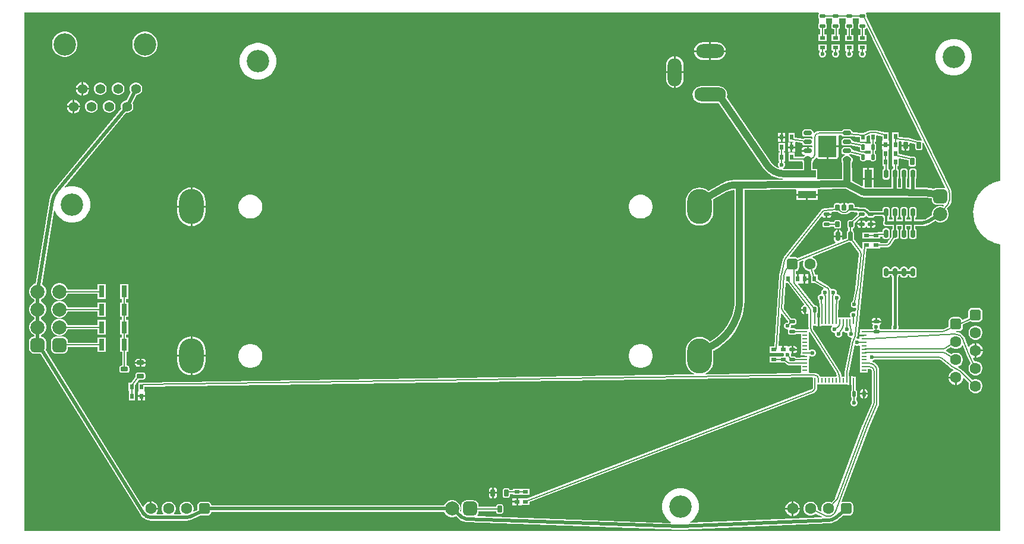
<source format=gtl>
G04*
G04 #@! TF.GenerationSoftware,Altium Limited,Altium Designer,21.6.1 (37)*
G04*
G04 Layer_Physical_Order=1*
G04 Layer_Color=255*
%FSLAX44Y44*%
%MOMM*%
G71*
G04*
G04 #@! TF.SameCoordinates,FD64CF10-ECA6-46B9-A7EF-D48B42129E36*
G04*
G04*
G04 #@! TF.FilePolarity,Positive*
G04*
G01*
G75*
%ADD13C,0.5000*%
%ADD14R,0.8000X1.7000*%
%ADD15R,0.5000X0.8000*%
G04:AMPARAMS|DCode=16|XSize=0.6mm|YSize=1mm|CornerRadius=0.075mm|HoleSize=0mm|Usage=FLASHONLY|Rotation=90.000|XOffset=0mm|YOffset=0mm|HoleType=Round|Shape=RoundedRectangle|*
%AMROUNDEDRECTD16*
21,1,0.6000,0.8500,0,0,90.0*
21,1,0.4500,1.0000,0,0,90.0*
1,1,0.1500,0.4250,0.2250*
1,1,0.1500,0.4250,-0.2250*
1,1,0.1500,-0.4250,-0.2250*
1,1,0.1500,-0.4250,0.2250*
%
%ADD16ROUNDEDRECTD16*%
G04:AMPARAMS|DCode=17|XSize=0.6mm|YSize=1mm|CornerRadius=0.075mm|HoleSize=0mm|Usage=FLASHONLY|Rotation=180.000|XOffset=0mm|YOffset=0mm|HoleType=Round|Shape=RoundedRectangle|*
%AMROUNDEDRECTD17*
21,1,0.6000,0.8500,0,0,180.0*
21,1,0.4500,1.0000,0,0,180.0*
1,1,0.1500,-0.2250,0.4250*
1,1,0.1500,0.2250,0.4250*
1,1,0.1500,0.2250,-0.4250*
1,1,0.1500,-0.2250,-0.4250*
%
%ADD17ROUNDEDRECTD17*%
%ADD18R,0.8000X0.5000*%
G04:AMPARAMS|DCode=19|XSize=0.5mm|YSize=0.8mm|CornerRadius=0.125mm|HoleSize=0mm|Usage=FLASHONLY|Rotation=270.000|XOffset=0mm|YOffset=0mm|HoleType=Round|Shape=RoundedRectangle|*
%AMROUNDEDRECTD19*
21,1,0.5000,0.5500,0,0,270.0*
21,1,0.2500,0.8000,0,0,270.0*
1,1,0.2500,-0.2750,-0.1250*
1,1,0.2500,-0.2750,0.1250*
1,1,0.2500,0.2750,0.1250*
1,1,0.2500,0.2750,-0.1250*
%
%ADD19ROUNDEDRECTD19*%
G04:AMPARAMS|DCode=20|XSize=1.2mm|YSize=0.6mm|CornerRadius=0.15mm|HoleSize=0mm|Usage=FLASHONLY|Rotation=270.000|XOffset=0mm|YOffset=0mm|HoleType=Round|Shape=RoundedRectangle|*
%AMROUNDEDRECTD20*
21,1,1.2000,0.3000,0,0,270.0*
21,1,0.9000,0.6000,0,0,270.0*
1,1,0.3000,-0.1500,-0.4500*
1,1,0.3000,-0.1500,0.4500*
1,1,0.3000,0.1500,0.4500*
1,1,0.3000,0.1500,-0.4500*
%
%ADD20ROUNDEDRECTD20*%
%ADD21R,2.5000X1.0000*%
G04:AMPARAMS|DCode=22|XSize=2.6mm|YSize=3.1mm|CornerRadius=0.13mm|HoleSize=0mm|Usage=FLASHONLY|Rotation=0.000|XOffset=0mm|YOffset=0mm|HoleType=Round|Shape=RoundedRectangle|*
%AMROUNDEDRECTD22*
21,1,2.6000,2.8400,0,0,0.0*
21,1,2.3400,3.1000,0,0,0.0*
1,1,0.2600,1.1700,-1.4200*
1,1,0.2600,-1.1700,-1.4200*
1,1,0.2600,-1.1700,1.4200*
1,1,0.2600,1.1700,1.4200*
%
%ADD22ROUNDEDRECTD22*%
G04:AMPARAMS|DCode=23|XSize=1.2mm|YSize=0.6mm|CornerRadius=0.15mm|HoleSize=0mm|Usage=FLASHONLY|Rotation=0.000|XOffset=0mm|YOffset=0mm|HoleType=Round|Shape=RoundedRectangle|*
%AMROUNDEDRECTD23*
21,1,1.2000,0.3000,0,0,0.0*
21,1,0.9000,0.6000,0,0,0.0*
1,1,0.3000,0.4500,-0.1500*
1,1,0.3000,-0.4500,-0.1500*
1,1,0.3000,-0.4500,0.1500*
1,1,0.3000,0.4500,0.1500*
%
%ADD23ROUNDEDRECTD23*%
%ADD24R,1.0000X2.5000*%
G04:AMPARAMS|DCode=25|XSize=0.6mm|YSize=1.3mm|CornerRadius=0.15mm|HoleSize=0mm|Usage=FLASHONLY|Rotation=180.000|XOffset=0mm|YOffset=0mm|HoleType=Round|Shape=RoundedRectangle|*
%AMROUNDEDRECTD25*
21,1,0.6000,1.0000,0,0,180.0*
21,1,0.3000,1.3000,0,0,180.0*
1,1,0.3000,-0.1500,0.5000*
1,1,0.3000,0.1500,0.5000*
1,1,0.3000,0.1500,-0.5000*
1,1,0.3000,-0.1500,-0.5000*
%
%ADD25ROUNDEDRECTD25*%
G04:AMPARAMS|DCode=26|XSize=0.6mm|YSize=0.8mm|CornerRadius=0.075mm|HoleSize=0mm|Usage=FLASHONLY|Rotation=180.000|XOffset=0mm|YOffset=0mm|HoleType=Round|Shape=RoundedRectangle|*
%AMROUNDEDRECTD26*
21,1,0.6000,0.6500,0,0,180.0*
21,1,0.4500,0.8000,0,0,180.0*
1,1,0.1500,-0.2250,0.3250*
1,1,0.1500,0.2250,0.3250*
1,1,0.1500,0.2250,-0.3250*
1,1,0.1500,-0.2250,-0.3250*
%
%ADD26ROUNDEDRECTD26*%
G04:AMPARAMS|DCode=27|XSize=0.5mm|YSize=0.8mm|CornerRadius=0.125mm|HoleSize=0mm|Usage=FLASHONLY|Rotation=0.000|XOffset=0mm|YOffset=0mm|HoleType=Round|Shape=RoundedRectangle|*
%AMROUNDEDRECTD27*
21,1,0.5000,0.5500,0,0,0.0*
21,1,0.2500,0.8000,0,0,0.0*
1,1,0.2500,0.1250,-0.2750*
1,1,0.2500,-0.1250,-0.2750*
1,1,0.2500,-0.1250,0.2750*
1,1,0.2500,0.1250,0.2750*
%
%ADD27ROUNDEDRECTD27*%
%ADD28R,0.7500X0.2540*%
%ADD29R,0.2540X0.7500*%
%ADD59C,0.2000*%
%ADD60C,0.4000*%
%ADD61C,0.3000*%
%ADD62C,1.0000*%
%ADD63C,1.6000*%
G04:AMPARAMS|DCode=64|XSize=1.6mm|YSize=1.6mm|CornerRadius=0.4mm|HoleSize=0mm|Usage=FLASHONLY|Rotation=270.000|XOffset=0mm|YOffset=0mm|HoleType=Round|Shape=RoundedRectangle|*
%AMROUNDEDRECTD64*
21,1,1.6000,0.8000,0,0,270.0*
21,1,0.8000,1.6000,0,0,270.0*
1,1,0.8000,-0.4000,-0.4000*
1,1,0.8000,-0.4000,0.4000*
1,1,0.8000,0.4000,0.4000*
1,1,0.8000,0.4000,-0.4000*
%
%ADD64ROUNDEDRECTD64*%
%ADD65O,4.5000X2.0000*%
%ADD66O,2.0000X4.0000*%
%ADD67O,4.0000X2.0000*%
G04:AMPARAMS|DCode=68|XSize=1.6mm|YSize=1.6mm|CornerRadius=0.4mm|HoleSize=0mm|Usage=FLASHONLY|Rotation=0.000|XOffset=0mm|YOffset=0mm|HoleType=Round|Shape=RoundedRectangle|*
%AMROUNDEDRECTD68*
21,1,1.6000,0.8000,0,0,0.0*
21,1,0.8000,1.6000,0,0,0.0*
1,1,0.8000,0.4000,-0.4000*
1,1,0.8000,-0.4000,-0.4000*
1,1,0.8000,-0.4000,0.4000*
1,1,0.8000,0.4000,0.4000*
%
%ADD68ROUNDEDRECTD68*%
%ADD69C,2.0000*%
G04:AMPARAMS|DCode=70|XSize=2mm|YSize=2mm|CornerRadius=0.5mm|HoleSize=0mm|Usage=FLASHONLY|Rotation=0.000|XOffset=0mm|YOffset=0mm|HoleType=Round|Shape=RoundedRectangle|*
%AMROUNDEDRECTD70*
21,1,2.0000,1.0000,0,0,0.0*
21,1,1.0000,2.0000,0,0,0.0*
1,1,1.0000,0.5000,-0.5000*
1,1,1.0000,-0.5000,-0.5000*
1,1,1.0000,-0.5000,0.5000*
1,1,1.0000,0.5000,0.5000*
%
%ADD70ROUNDEDRECTD70*%
G04:AMPARAMS|DCode=71|XSize=2mm|YSize=2mm|CornerRadius=0.5mm|HoleSize=0mm|Usage=FLASHONLY|Rotation=270.000|XOffset=0mm|YOffset=0mm|HoleType=Round|Shape=RoundedRectangle|*
%AMROUNDEDRECTD71*
21,1,2.0000,1.0000,0,0,270.0*
21,1,1.0000,2.0000,0,0,270.0*
1,1,1.0000,-0.5000,-0.5000*
1,1,1.0000,-0.5000,0.5000*
1,1,1.0000,0.5000,0.5000*
1,1,1.0000,0.5000,-0.5000*
%
%ADD71ROUNDEDRECTD71*%
%ADD72O,3.5000X5.0000*%
%ADD73C,3.2000*%
%ADD74C,1.4000*%
%ADD75C,0.6000*%
G36*
X1394902Y504858D02*
X1392506Y504371D01*
X1392365Y504312D01*
X1392214Y504302D01*
X1389676Y503629D01*
X1389574Y503579D01*
X1389460Y503566D01*
X1388208Y503174D01*
X1388085Y503107D01*
X1387947Y503084D01*
X1384941Y501961D01*
X1384682Y501801D01*
X1384390Y501717D01*
X1378689Y498779D01*
X1378373Y498528D01*
X1378007Y498357D01*
X1372837Y494561D01*
X1372564Y494263D01*
X1372229Y494037D01*
X1367719Y489477D01*
X1367496Y489140D01*
X1367201Y488864D01*
X1363462Y483653D01*
X1363295Y483285D01*
X1363047Y482966D01*
X1360171Y477233D01*
X1360064Y476844D01*
X1359869Y476490D01*
X1357928Y470377D01*
X1357883Y469976D01*
X1357746Y469596D01*
X1356788Y463254D01*
X1356807Y462850D01*
X1356731Y462453D01*
X1356780Y456040D01*
X1356861Y455644D01*
X1356849Y455240D01*
X1357903Y448914D01*
X1358046Y448536D01*
X1358097Y448135D01*
X1360130Y442052D01*
X1360331Y441702D01*
X1360444Y441314D01*
X1363406Y435625D01*
X1363659Y435310D01*
X1363832Y434945D01*
X1367650Y429791D01*
X1367949Y429520D01*
X1368177Y429186D01*
X1372756Y424695D01*
X1373094Y424474D01*
X1373371Y424180D01*
X1378599Y420463D01*
X1378967Y420298D01*
X1379287Y420052D01*
X1385033Y417201D01*
X1385326Y417121D01*
X1385587Y416965D01*
X1388610Y415888D01*
X1388746Y415868D01*
X1388867Y415803D01*
X1390051Y415451D01*
X1390158Y415441D01*
X1390255Y415395D01*
X1392650Y414789D01*
X1392793Y414782D01*
X1392926Y414728D01*
X1394902Y414343D01*
X1394902Y5098D01*
X5098D01*
Y744902D01*
X1136580D01*
X1136965Y743632D01*
X1136907Y743593D01*
X1136189Y742518D01*
X1135936Y741250D01*
Y738750D01*
X1136189Y737482D01*
X1136907Y736407D01*
X1137000Y736345D01*
Y729655D01*
X1136907Y729593D01*
X1136189Y728518D01*
X1135936Y727250D01*
Y724750D01*
X1136189Y723482D01*
X1136907Y722407D01*
X1137982Y721688D01*
X1138939Y721498D01*
Y713616D01*
X1135975D01*
Y704616D01*
X1147975D01*
Y713616D01*
X1145057D01*
Y721497D01*
X1146018Y721688D01*
X1147093Y722407D01*
X1147811Y723482D01*
X1148064Y724750D01*
Y727250D01*
X1147811Y728518D01*
X1147093Y729593D01*
X1147000Y729655D01*
Y736345D01*
X1147093Y736407D01*
X1147450Y736941D01*
X1155550D01*
X1155907Y736407D01*
X1156000Y736345D01*
Y729655D01*
X1155907Y729593D01*
X1155188Y728518D01*
X1154936Y727250D01*
Y724750D01*
X1155188Y723482D01*
X1155907Y722407D01*
X1156982Y721688D01*
X1158250Y721436D01*
X1158946D01*
Y713606D01*
X1155067D01*
Y704606D01*
X1167066D01*
Y713606D01*
X1165064D01*
Y721719D01*
X1166093Y722407D01*
X1166811Y723482D01*
X1167064Y724750D01*
Y727250D01*
X1166811Y728518D01*
X1166093Y729593D01*
X1166000Y729655D01*
Y736345D01*
X1166093Y736407D01*
X1166450Y736941D01*
X1174550D01*
X1174907Y736407D01*
X1175000Y736345D01*
Y729655D01*
X1174907Y729593D01*
X1174189Y728518D01*
X1173936Y727250D01*
Y724750D01*
X1174189Y723482D01*
X1174907Y722407D01*
X1175982Y721688D01*
X1176948Y721496D01*
Y713419D01*
X1174095D01*
Y704419D01*
X1186095D01*
Y713419D01*
X1183066D01*
Y721499D01*
X1184018Y721688D01*
X1185093Y722407D01*
X1185811Y723482D01*
X1186064Y724750D01*
Y727250D01*
X1185811Y728518D01*
X1185093Y729593D01*
X1185000Y729655D01*
Y736345D01*
X1185093Y736407D01*
X1185450Y736941D01*
X1193550D01*
X1193907Y736407D01*
X1194000Y736345D01*
Y729655D01*
X1193907Y729593D01*
X1193188Y728518D01*
X1192936Y727250D01*
Y724750D01*
X1193188Y723482D01*
X1193907Y722407D01*
X1194982Y721688D01*
X1195923Y721501D01*
Y713419D01*
X1192750D01*
Y704419D01*
X1204750D01*
Y713419D01*
X1202040D01*
Y721494D01*
X1203018Y721688D01*
X1204093Y722407D01*
X1204553Y723095D01*
X1205829Y723141D01*
X1205965Y723096D01*
X1283732Y563261D01*
X1282999Y562519D01*
X1282761Y562353D01*
X1281750Y562554D01*
X1277939D01*
X1264592Y566305D01*
X1264557Y566308D01*
X1264512Y566326D01*
X1263733Y566429D01*
X1263409Y566527D01*
X1250500Y567782D01*
Y574000D01*
X1241500D01*
Y562000D01*
Y551270D01*
X1241500Y550000D01*
X1241500Y548730D01*
Y539270D01*
X1241500Y538000D01*
X1241500D01*
Y538000D01*
X1241500D01*
Y532443D01*
X1241412Y532000D01*
Y530500D01*
X1241500Y530057D01*
Y526000D01*
X1241995D01*
X1242889Y525098D01*
X1242863Y522366D01*
X1242514Y522297D01*
X1241357Y521523D01*
X1240583Y520366D01*
X1240312Y519000D01*
Y510000D01*
X1240528Y508912D01*
Y496231D01*
X1239629Y495334D01*
X1238550Y495335D01*
X1214540Y495483D01*
Y506730D01*
X1207000D01*
X1199460D01*
Y498096D01*
X1198376Y497434D01*
X1184060Y504806D01*
X1184060Y515500D01*
X1184059Y515511D01*
X1184060Y515522D01*
X1184013Y531000D01*
X1184737Y532084D01*
X1185009Y533450D01*
Y536450D01*
X1184737Y537816D01*
X1183963Y538973D01*
X1182806Y539747D01*
X1181948Y539917D01*
X1181917Y539958D01*
X1180451Y541075D01*
X1179876Y541311D01*
X1180127Y542581D01*
X1181440D01*
X1182350Y542763D01*
X1195436Y539436D01*
Y536250D01*
X1195688Y534982D01*
X1196407Y533907D01*
X1197482Y533189D01*
X1198750Y532936D01*
X1201250D01*
X1202518Y533189D01*
X1203593Y533907D01*
X1203655Y534000D01*
X1210345D01*
X1210407Y533907D01*
X1211482Y533189D01*
X1212750Y532936D01*
X1215250D01*
X1216518Y533189D01*
X1217593Y533907D01*
X1218311Y534982D01*
X1218564Y536250D01*
Y541750D01*
X1218311Y543018D01*
X1217593Y544093D01*
X1217059Y544450D01*
Y547550D01*
X1217593Y547907D01*
X1218311Y548982D01*
X1218564Y550250D01*
Y555750D01*
X1218311Y557018D01*
X1217593Y558093D01*
X1217059Y558450D01*
Y561000D01*
X1218500D01*
Y569488D01*
X1219490Y570284D01*
X1227500Y568527D01*
Y562540D01*
X1226960D01*
Y557270D01*
X1232000D01*
X1237040D01*
Y562540D01*
X1236500D01*
Y574000D01*
X1231100D01*
X1218913Y576674D01*
X1217798Y576918D01*
X1217484Y576951D01*
X1217102Y576998D01*
X1217073Y577004D01*
X1217406Y576964D01*
X1217484Y576951D01*
X1217737Y576925D01*
X1217406Y576964D01*
X1216525Y577113D01*
X1216525Y577069D01*
X1216512Y577059D01*
X1215937Y577059D01*
X1211500D01*
X1211500Y577059D01*
Y577118D01*
X1209159Y576652D01*
X1209107Y576617D01*
X1209125Y576574D01*
X1200738Y573000D01*
X1198933D01*
X1198777Y573046D01*
X1185009Y574297D01*
Y574550D01*
X1184737Y575916D01*
X1183963Y577073D01*
X1182806Y577847D01*
X1181440Y578119D01*
X1172440D01*
X1171074Y577847D01*
X1169917Y577073D01*
X1169243Y576065D01*
X1137000D01*
Y576084D01*
X1134651Y575775D01*
X1132461Y574868D01*
X1130581Y573425D01*
X1130399Y573187D01*
X1129129Y573619D01*
Y574550D01*
X1128857Y575916D01*
X1128083Y577073D01*
X1126926Y577847D01*
X1125560Y578119D01*
X1116560D01*
X1115194Y577847D01*
X1114037Y577073D01*
X1113263Y575916D01*
X1112991Y574550D01*
Y571550D01*
X1113263Y570184D01*
X1114037Y569027D01*
X1115194Y568253D01*
X1116560Y567981D01*
X1125560D01*
X1126802Y568229D01*
X1127130Y568093D01*
X1127251Y567999D01*
X1127922Y567007D01*
X1127783Y565794D01*
X1126671Y565198D01*
X1125560Y565419D01*
X1116560D01*
X1115194Y565147D01*
X1115142Y565112D01*
X1102500Y566705D01*
Y573000D01*
X1093500D01*
Y561000D01*
X1099013D01*
X1099118Y560965D01*
X1100349Y560810D01*
X1100270Y559540D01*
X1099270D01*
Y554270D01*
X1103040D01*
Y559191D01*
X1103973Y560353D01*
X1112991Y559217D01*
Y558850D01*
X1113263Y557484D01*
X1114037Y556327D01*
X1115194Y555553D01*
X1116560Y555281D01*
X1125560D01*
X1126602Y555489D01*
X1127662Y554754D01*
X1127677Y553787D01*
X1126668Y553049D01*
X1125560Y553269D01*
X1122330D01*
Y547650D01*
X1121060D01*
Y546380D01*
X1112441D01*
Y546150D01*
X1112754Y544574D01*
X1113647Y543237D01*
X1114984Y542345D01*
X1116560Y542031D01*
X1116703D01*
X1117134Y540761D01*
X1116066Y539941D01*
X1116048Y539917D01*
X1115194Y539747D01*
X1114164Y539059D01*
X1102500D01*
Y545000D01*
X1093500D01*
Y533000D01*
X1099204D01*
X1099500Y532941D01*
X1113093D01*
X1113263Y532084D01*
X1114001Y530981D01*
X1114003Y522959D01*
X1113105Y522060D01*
X1087330D01*
X1087138Y522035D01*
X1086206Y522127D01*
X1086013Y523422D01*
X1086832Y523761D01*
X1088239Y525168D01*
X1089000Y527006D01*
Y528995D01*
X1088239Y530832D01*
X1087341Y531730D01*
X1087740Y533000D01*
X1088500D01*
Y545000D01*
X1087059D01*
Y547000D01*
X1088500D01*
Y559000D01*
X1079500D01*
Y547000D01*
X1080941D01*
Y545000D01*
X1079500D01*
Y533000D01*
X1080260D01*
X1080659Y531730D01*
X1079761Y530832D01*
X1079000Y528995D01*
Y527006D01*
X1079761Y525168D01*
X1080403Y524526D01*
X1079730Y523403D01*
X1078534Y523766D01*
X1074561Y525890D01*
X1071078Y528748D01*
X1068439Y531963D01*
X1068396Y532048D01*
X1005526Y623952D01*
X1005901Y624857D01*
X1006313Y627990D01*
X1005901Y631123D01*
X1004692Y634042D01*
X1002768Y636549D01*
X1000262Y638472D01*
X997342Y639681D01*
X994210Y640094D01*
X969210D01*
X966077Y639681D01*
X963158Y638472D01*
X960651Y636549D01*
X958728Y634042D01*
X957519Y631123D01*
X957106Y627990D01*
X957519Y624857D01*
X958728Y621938D01*
X960651Y619431D01*
X963158Y617508D01*
X966077Y616299D01*
X969210Y615886D01*
X993935D01*
X1056742Y524075D01*
X1056793Y524019D01*
X1057303Y523185D01*
X1061086Y518756D01*
X1065514Y514974D01*
X1070480Y511931D01*
X1075861Y509702D01*
X1081524Y508343D01*
X1085572Y508024D01*
X1085527Y506754D01*
X1023857Y506209D01*
X1018264Y506160D01*
X1017005Y506175D01*
X1017005D01*
X1017005Y506175D01*
X1011575Y505748D01*
X1005912Y504388D01*
X1000531Y502160D01*
X999566Y501568D01*
X999438Y501518D01*
X979487Y490478D01*
X977886Y491792D01*
X974498Y493603D01*
X970822Y494718D01*
X967000Y495094D01*
X963177Y494718D01*
X959501Y493603D01*
X956114Y491792D01*
X953144Y489355D01*
X950708Y486386D01*
X948897Y482998D01*
X947782Y479323D01*
X947405Y475500D01*
Y460500D01*
X947782Y456677D01*
X948897Y453002D01*
X950708Y449614D01*
X953144Y446645D01*
X956114Y444208D01*
X959501Y442397D01*
X963177Y441282D01*
X967000Y440906D01*
X970822Y441282D01*
X974498Y442397D01*
X977886Y444208D01*
X980855Y446645D01*
X983292Y449614D01*
X985102Y453002D01*
X986218Y456677D01*
X986594Y460500D01*
Y475500D01*
X986335Y478129D01*
X1006218Y489131D01*
X1006306Y489106D01*
X1006306Y489106D01*
X1006306Y489106D01*
X1008585Y490325D01*
X1012897Y491632D01*
X1015921Y491930D01*
X1016862Y491078D01*
X1016920Y335360D01*
Y335308D01*
X1016949Y335085D01*
X1016533Y327676D01*
X1015257Y320167D01*
X1013149Y312848D01*
X1010234Y305811D01*
X1006550Y299145D01*
X1002142Y292933D01*
X997067Y287254D01*
X991387Y282178D01*
X985176Y277771D01*
X981404Y275686D01*
X980855Y276355D01*
X977886Y278792D01*
X974498Y280603D01*
X970822Y281718D01*
X967000Y282094D01*
X963177Y281718D01*
X959501Y280603D01*
X956114Y278792D01*
X953144Y276355D01*
X950708Y273386D01*
X948897Y269998D01*
X947782Y266323D01*
X947405Y262500D01*
Y247500D01*
X947782Y243677D01*
X948897Y240002D01*
X950708Y236614D01*
X953144Y233645D01*
X956114Y231208D01*
X959072Y229627D01*
X958763Y228352D01*
X173456Y217059D01*
X173183Y217000D01*
X167500D01*
Y205407D01*
X167147Y204283D01*
X167147Y203876D01*
Y199013D01*
X172187D01*
X177227D01*
X177227Y204283D01*
X176500Y205252D01*
X176500Y205553D01*
Y210984D01*
X1126960Y224653D01*
X1127623Y224365D01*
X1128230Y223766D01*
Y214250D01*
X1128437D01*
Y211442D01*
X1128437Y211402D01*
X1128407Y210139D01*
X1128404Y210117D01*
X1128210Y208924D01*
X1128206Y208907D01*
X1127571Y207957D01*
X1126621Y207322D01*
X1126546Y207307D01*
X1126555Y207283D01*
X721280Y51500D01*
X713540D01*
Y52040D01*
X708270D01*
Y47000D01*
Y41960D01*
X713540D01*
Y42500D01*
X725000D01*
Y46376D01*
X1128750Y201573D01*
X1129028Y201748D01*
X1130039Y202167D01*
X1131919Y203609D01*
X1133362Y205489D01*
X1134268Y207679D01*
X1134578Y210028D01*
X1134550Y210236D01*
X1134555Y210256D01*
Y214250D01*
X1177690D01*
Y213710D01*
X1180230D01*
Y220000D01*
Y226290D01*
X1179671D01*
Y229447D01*
X1179683Y230712D01*
X1179683D01*
X1179796Y231282D01*
X1179975Y232512D01*
X1187531Y269859D01*
X1188912Y270283D01*
X1190501Y269625D01*
X1192490D01*
X1193980Y270242D01*
X1194966Y269781D01*
X1195250Y269512D01*
Y261230D01*
Y251230D01*
Y241230D01*
Y231230D01*
X1206750D01*
Y236535D01*
X1209527D01*
Y236523D01*
X1210648Y236300D01*
X1211598Y235665D01*
X1212198Y234767D01*
X1212454Y233602D01*
D01*
X1212468Y232390D01*
Y188116D01*
X1212456D01*
X1212233Y186995D01*
X1212203Y186950D01*
X1212223Y186942D01*
X1199366Y157355D01*
X1199361Y157329D01*
X1199346Y157307D01*
X1199314Y157150D01*
X1199225Y157005D01*
X1160297Y52309D01*
X1160292Y52302D01*
X1160255Y52284D01*
X1159647Y51300D01*
X1158796Y50357D01*
X1154730Y46047D01*
X1154260Y46319D01*
X1151717Y47000D01*
X1149083D01*
X1146540Y46319D01*
X1144260Y45002D01*
X1142398Y43140D01*
X1141081Y40860D01*
X1140400Y38317D01*
Y35684D01*
X1140794Y34214D01*
X1139718Y33322D01*
X1134977Y35600D01*
X1135000Y35684D01*
Y38317D01*
X1134318Y40860D01*
X1133002Y43140D01*
X1131140Y45002D01*
X1128860Y46319D01*
X1126317Y47000D01*
X1123683D01*
X1121140Y46319D01*
X1118860Y45002D01*
X1116998Y43140D01*
X1115682Y40860D01*
X1115000Y38317D01*
Y35684D01*
X1115682Y33140D01*
X1116998Y30860D01*
X1118860Y28998D01*
X1121140Y27682D01*
X1123683Y27000D01*
X1126317D01*
X1128860Y27682D01*
X1131140Y28998D01*
X1132260Y30118D01*
X1141014Y25912D01*
X1140759Y24668D01*
X953966Y16738D01*
X953556Y17992D01*
X956374Y19875D01*
X959995Y23496D01*
X962841Y27754D01*
X964801Y32486D01*
X965800Y37509D01*
Y42631D01*
X964801Y47654D01*
X962841Y52386D01*
X959995Y56644D01*
X956374Y60265D01*
X952115Y63111D01*
X947384Y65071D01*
X942361Y66070D01*
X937239D01*
X932216Y65071D01*
X927484Y63111D01*
X923226Y60265D01*
X919604Y56644D01*
X916759Y52386D01*
X914799Y47654D01*
X913800Y42631D01*
Y37509D01*
X914799Y32486D01*
X916759Y27754D01*
X919604Y23496D01*
X923226Y19875D01*
X926178Y17902D01*
X925772Y16646D01*
X650907Y26504D01*
X650298Y27796D01*
X650815Y28470D01*
X651520Y30173D01*
X651760Y32000D01*
Y33465D01*
X676946D01*
Y32250D01*
X677160Y31177D01*
X677767Y30268D01*
X678677Y29660D01*
X679750Y29446D01*
X684250D01*
X685323Y29660D01*
X686233Y30268D01*
X686840Y31177D01*
X687054Y32250D01*
Y40750D01*
X686840Y41823D01*
X686233Y42733D01*
X685323Y43341D01*
X684250Y43554D01*
X679750D01*
X678677Y43341D01*
X677767Y42733D01*
X677160Y41823D01*
X676946Y40750D01*
Y39583D01*
X651760D01*
Y42000D01*
X651520Y43827D01*
X650815Y45530D01*
X649693Y46993D01*
X648230Y48115D01*
X646527Y48820D01*
X644700Y49061D01*
X634700D01*
X632873Y48820D01*
X631170Y48115D01*
X629707Y46993D01*
X628586Y45530D01*
X627880Y43827D01*
X627640Y42000D01*
Y34030D01*
X626370Y33440D01*
X625880Y33853D01*
X626300Y35420D01*
Y38580D01*
X625482Y41632D01*
X623902Y44368D01*
X621668Y46603D01*
X618932Y48182D01*
X615880Y49000D01*
X612720D01*
X609668Y48182D01*
X606932Y46603D01*
X604698Y44368D01*
X603118Y41632D01*
X603106Y41588D01*
X271401D01*
X271052Y43341D01*
X269726Y45326D01*
X267741Y46652D01*
X265400Y47118D01*
X257400D01*
X255059Y46652D01*
X253074Y45326D01*
X251748Y43341D01*
X251283Y41000D01*
Y35258D01*
X246635Y33145D01*
X245563Y34053D01*
X246000Y35684D01*
Y38317D01*
X245319Y40860D01*
X244002Y43140D01*
X242140Y45002D01*
X239860Y46319D01*
X237316Y47000D01*
X234683D01*
X232140Y46319D01*
X229860Y45002D01*
X227998Y43140D01*
X226681Y40860D01*
X226000Y38317D01*
Y35684D01*
X226681Y33140D01*
X227998Y30860D01*
X228596Y30262D01*
X228110Y29088D01*
X218490D01*
X218004Y30262D01*
X218602Y30860D01*
X219918Y33140D01*
X220600Y35684D01*
Y38317D01*
X219918Y40860D01*
X218602Y43140D01*
X216740Y45002D01*
X214460Y46319D01*
X211917Y47000D01*
X209284D01*
X206740Y46319D01*
X204460Y45002D01*
X202598Y43140D01*
X201282Y40860D01*
X200600Y38317D01*
Y35684D01*
X201282Y33140D01*
X202598Y30860D01*
X203196Y30262D01*
X202710Y29088D01*
X193853D01*
X193367Y30262D01*
X193634Y30528D01*
X195022Y32932D01*
X195740Y35612D01*
Y35730D01*
X185200D01*
Y37000D01*
X183930D01*
Y47540D01*
X183812D01*
X181132Y46822D01*
X178728Y45434D01*
X176766Y43472D01*
X175378Y41068D01*
X175184Y40345D01*
X173928Y40159D01*
X35554Y263130D01*
X35820Y263773D01*
X36060Y265600D01*
Y275600D01*
X35820Y277427D01*
X35115Y279130D01*
X33993Y280592D01*
X32530Y281714D01*
X30827Y282420D01*
X29000Y282661D01*
X28588D01*
Y284806D01*
X28632Y284818D01*
X31368Y286398D01*
X33602Y288632D01*
X35182Y291368D01*
X36000Y294420D01*
Y297580D01*
X35182Y300632D01*
X33602Y303368D01*
X31368Y305602D01*
X28632Y307182D01*
X28588Y307194D01*
Y310206D01*
X28632Y310218D01*
X31368Y311798D01*
X33602Y314032D01*
X35182Y316768D01*
X36000Y319820D01*
Y322980D01*
X35182Y326032D01*
X33602Y328768D01*
X31368Y331003D01*
X28632Y332582D01*
X28588Y332594D01*
Y335606D01*
X28632Y335618D01*
X31368Y337198D01*
X33602Y339432D01*
X35182Y342168D01*
X36000Y345220D01*
Y348380D01*
X35182Y351432D01*
X33602Y354168D01*
X31368Y356403D01*
X30303Y357017D01*
X47318Y462053D01*
X48629Y462206D01*
X49989Y458924D01*
X52834Y454666D01*
X56456Y451045D01*
X60714Y448199D01*
X65446Y446239D01*
X70469Y445240D01*
X75591D01*
X80614Y446239D01*
X85345Y448199D01*
X89604Y451045D01*
X93225Y454666D01*
X96071Y458924D01*
X98031Y463656D01*
X99030Y468679D01*
Y473801D01*
X98031Y478824D01*
X96071Y483556D01*
X93225Y487814D01*
X89604Y491436D01*
X85345Y494281D01*
X80614Y496241D01*
X75591Y497240D01*
X70469D01*
X65446Y496241D01*
X63638Y495492D01*
X62883Y496513D01*
X149935Y602004D01*
X150175Y601940D01*
X152545D01*
X154834Y602553D01*
X156886Y603738D01*
X158561Y605414D01*
X159746Y607466D01*
X160360Y609755D01*
Y612125D01*
X159746Y614414D01*
X158932Y615825D01*
X164689Y627340D01*
X165245D01*
X167534Y627953D01*
X169586Y629138D01*
X171262Y630814D01*
X172446Y632866D01*
X173060Y635155D01*
Y637525D01*
X172446Y639814D01*
X171262Y641866D01*
X169586Y643542D01*
X167534Y644727D01*
X165245Y645340D01*
X162875D01*
X160586Y644727D01*
X158534Y643542D01*
X156858Y641866D01*
X155673Y639814D01*
X155060Y637525D01*
Y635155D01*
X155673Y632866D01*
X156488Y631455D01*
X150730Y619940D01*
X150175D01*
X147886Y619327D01*
X145834Y618142D01*
X144158Y616466D01*
X142973Y614414D01*
X142360Y612125D01*
Y609755D01*
X142868Y607858D01*
X47509Y492300D01*
X47322Y491953D01*
X46250Y490697D01*
X43536Y486268D01*
X41548Y481469D01*
X40363Y476532D01*
X40367Y476531D01*
X21245Y358485D01*
X19368Y357982D01*
X16632Y356403D01*
X14398Y354168D01*
X12818Y351432D01*
X12000Y348380D01*
Y345220D01*
X12818Y342168D01*
X14398Y339432D01*
X16632Y337198D01*
X19368Y335618D01*
X19412Y335606D01*
Y332594D01*
X19368Y332582D01*
X16632Y331003D01*
X14398Y328768D01*
X12818Y326032D01*
X12000Y322980D01*
Y319820D01*
X12818Y316768D01*
X14398Y314032D01*
X16632Y311798D01*
X19368Y310218D01*
X19412Y310206D01*
Y307194D01*
X19368Y307182D01*
X16632Y305602D01*
X14398Y303368D01*
X12818Y300632D01*
X12000Y297580D01*
Y294420D01*
X12818Y291368D01*
X14398Y288632D01*
X16632Y286398D01*
X19368Y284818D01*
X19412Y284806D01*
Y282661D01*
X19000D01*
X17173Y282420D01*
X15470Y281714D01*
X14008Y280592D01*
X12886Y279130D01*
X12180Y277427D01*
X11940Y275600D01*
Y265600D01*
X12180Y263773D01*
X12886Y262070D01*
X14008Y260608D01*
X15470Y259486D01*
X17173Y258780D01*
X19000Y258540D01*
X27602D01*
X170681Y27989D01*
X170820Y27840D01*
X170997Y27510D01*
X173121Y24921D01*
X175710Y22797D01*
X178663Y21218D01*
X181867Y20246D01*
X185141Y19924D01*
X185200Y19912D01*
X236000D01*
X236059Y19924D01*
X239333Y20246D01*
X242537Y21218D01*
X242873Y21398D01*
X243074Y21445D01*
X255752Y27210D01*
X257400Y26883D01*
X265400D01*
X267741Y27348D01*
X269726Y28674D01*
X271052Y30659D01*
X271401Y32412D01*
X603106D01*
X603118Y32368D01*
X604698Y29632D01*
X606932Y27398D01*
X609668Y25818D01*
X612720Y25000D01*
X615880D01*
X618932Y25818D01*
X619736Y26282D01*
X625520Y21313D01*
X625933Y21081D01*
X627640Y19771D01*
X631045Y18360D01*
X633958Y17977D01*
X634195Y17921D01*
X938614Y7003D01*
X938856Y7042D01*
X939800Y6968D01*
X940918Y7056D01*
X941203Y7012D01*
X1151294Y15931D01*
X1151679Y16024D01*
X1154517Y16304D01*
X1158475Y17505D01*
X1162123Y19455D01*
X1163211Y20347D01*
X1163583Y20540D01*
X1171561Y26930D01*
X1171800Y26883D01*
X1179800D01*
X1182141Y27348D01*
X1184126Y28674D01*
X1185452Y30659D01*
X1185918Y33000D01*
Y41000D01*
X1185452Y43341D01*
X1184126Y45326D01*
X1182141Y46652D01*
X1179800Y47118D01*
X1171800D01*
X1170414Y46842D01*
X1169470Y47949D01*
X1208680Y153402D01*
X1221503Y182911D01*
X1221571Y183223D01*
X1222192Y184722D01*
X1222639Y188116D01*
X1222585D01*
X1222585Y188116D01*
Y233647D01*
X1222585Y234095D01*
X1222604Y234095D01*
X1222562Y234626D01*
X1222508Y234898D01*
X1222507Y234899D01*
X1222491Y234980D01*
X1222450Y235292D01*
X1222448Y235308D01*
X1222448Y235308D01*
X1222188Y237283D01*
X1220779Y240684D01*
X1218538Y243605D01*
X1215617Y245846D01*
X1213037Y246915D01*
X1213289Y248185D01*
X1213349D01*
X1215187Y248946D01*
X1216359Y250119D01*
X1307268Y249948D01*
X1308538Y249932D01*
X1308538Y249932D01*
X1309702Y249675D01*
X1310373Y249226D01*
X1310407Y249267D01*
X1323014Y238788D01*
X1323284Y238642D01*
X1324940Y237371D01*
X1324942Y237370D01*
X1324973Y237423D01*
X1328499Y235389D01*
X1328333Y234130D01*
X1327932Y234022D01*
X1325528Y232634D01*
X1323566Y230672D01*
X1322178Y228268D01*
X1321460Y225588D01*
Y225470D01*
X1332000D01*
Y224200D01*
X1333270D01*
Y213660D01*
X1333388D01*
X1336068Y214378D01*
X1338472Y215766D01*
X1340434Y217728D01*
X1341822Y220132D01*
X1342540Y222812D01*
Y223274D01*
X1343712Y223762D01*
X1351079Y216448D01*
X1350681Y215760D01*
X1350000Y213217D01*
Y210584D01*
X1350681Y208040D01*
X1351998Y205760D01*
X1353860Y203898D01*
X1356140Y202582D01*
X1358683Y201900D01*
X1361317D01*
X1363860Y202582D01*
X1366140Y203898D01*
X1368002Y205760D01*
X1369319Y208040D01*
X1370000Y210584D01*
Y213217D01*
X1369319Y215760D01*
X1368002Y218040D01*
X1366140Y219902D01*
X1363860Y221219D01*
X1361317Y221900D01*
X1358683D01*
X1356140Y221219D01*
X1355392Y220786D01*
X1341906Y234177D01*
X1341945Y234216D01*
X1339967Y235734D01*
X1339060Y236429D01*
X1338968Y236467D01*
X1337859Y237051D01*
X1334839Y238793D01*
X1335004Y240052D01*
X1335860Y240282D01*
X1338140Y241598D01*
X1340002Y243460D01*
X1341319Y245740D01*
X1342000Y248284D01*
Y250917D01*
X1341319Y253460D01*
X1340002Y255740D01*
X1338140Y257602D01*
X1335860Y258919D01*
X1333316Y259600D01*
X1330683D01*
X1328140Y258919D01*
X1325860Y257602D01*
X1325450Y257193D01*
X1318043Y261724D01*
X1318017Y261734D01*
X1317953Y261783D01*
X1317862Y262511D01*
X1317949Y263174D01*
X1317950Y263174D01*
X1317946Y263180D01*
X1317947Y263185D01*
X1325330Y267528D01*
X1325860Y266998D01*
X1328140Y265682D01*
X1330683Y265000D01*
X1333316D01*
X1335860Y265682D01*
X1338140Y266998D01*
X1340002Y268860D01*
X1340843Y270317D01*
X1342241Y270198D01*
X1346813Y257827D01*
X1346974Y257565D01*
X1347262Y256869D01*
X1347328Y256612D01*
X1353118Y244560D01*
X1351998Y243440D01*
X1350681Y241160D01*
X1350000Y238617D01*
Y235984D01*
X1350681Y233440D01*
X1351998Y231160D01*
X1353860Y229298D01*
X1356140Y227982D01*
X1358683Y227300D01*
X1361317D01*
X1363860Y227982D01*
X1366140Y229298D01*
X1368002Y231160D01*
X1369319Y233440D01*
X1370000Y235984D01*
Y238617D01*
X1369319Y241160D01*
X1368002Y243440D01*
X1366140Y245302D01*
X1363860Y246619D01*
X1361317Y247300D01*
X1358683D01*
X1358600Y247278D01*
X1356630Y251376D01*
X1357522Y252452D01*
X1358612Y252160D01*
X1358730D01*
Y262700D01*
Y273240D01*
X1358612D01*
X1355932Y272522D01*
X1353528Y271134D01*
X1351566Y269172D01*
X1350914Y268042D01*
X1349516Y268161D01*
X1345187Y279874D01*
X1345026Y280135D01*
X1344229Y282061D01*
X1341985Y284985D01*
X1339060Y287229D01*
X1335655Y288640D01*
X1332823Y289013D01*
X1332906Y290283D01*
X1336000D01*
X1338341Y290748D01*
X1340326Y292074D01*
X1341652Y294059D01*
X1342117Y296400D01*
Y299532D01*
X1352647Y304525D01*
X1353659Y303848D01*
X1356000Y303383D01*
X1364000D01*
X1366341Y303848D01*
X1368326Y305174D01*
X1369652Y307159D01*
X1370117Y309500D01*
Y317500D01*
X1369652Y319841D01*
X1368326Y321826D01*
X1366341Y323152D01*
X1364000Y323618D01*
X1356000D01*
X1353659Y323152D01*
X1351674Y321826D01*
X1350348Y319841D01*
X1349883Y317500D01*
Y309984D01*
X1342327Y306402D01*
X1341652Y306741D01*
X1340326Y308726D01*
X1338341Y310052D01*
X1336000Y310518D01*
X1328000D01*
X1325659Y310052D01*
X1323674Y308726D01*
X1322348Y306741D01*
X1321882Y304400D01*
Y296707D01*
X1314788Y293342D01*
X1314772Y293376D01*
X1314649Y293294D01*
X1313528Y293071D01*
Y293059D01*
X1250849D01*
X1250000Y294329D01*
X1250298Y295048D01*
Y297037D01*
X1249537Y298875D01*
X1249389Y299023D01*
X1249669Y367874D01*
X1250177Y368634D01*
X1250449Y370000D01*
Y370422D01*
X1253011D01*
Y370000D01*
X1253283Y368634D01*
X1254057Y367477D01*
X1255214Y366703D01*
X1256580Y366432D01*
X1259580D01*
X1260946Y366703D01*
X1262103Y367477D01*
X1262877Y368634D01*
X1263149Y370000D01*
Y370422D01*
X1265712D01*
Y370000D01*
X1265983Y368634D01*
X1266757Y367477D01*
X1267914Y366703D01*
X1269280Y366432D01*
X1272280D01*
X1273646Y366703D01*
X1274803Y367477D01*
X1275577Y368634D01*
X1275849Y370000D01*
Y379000D01*
X1275577Y380366D01*
X1274803Y381523D01*
X1273646Y382297D01*
X1272280Y382569D01*
X1269280D01*
X1267914Y382297D01*
X1266757Y381523D01*
X1265983Y380366D01*
X1265712Y379000D01*
Y378578D01*
X1263149D01*
Y379000D01*
X1262877Y380366D01*
X1262103Y381523D01*
X1260946Y382297D01*
X1259580Y382569D01*
X1256580D01*
X1255214Y382297D01*
X1254057Y381523D01*
X1253283Y380366D01*
X1253011Y379000D01*
Y378578D01*
X1250449D01*
Y379000D01*
X1250177Y380366D01*
X1249403Y381523D01*
X1248246Y382297D01*
X1246880Y382569D01*
X1243880D01*
X1242514Y382297D01*
X1241357Y381523D01*
X1240583Y380366D01*
X1240312Y379000D01*
Y378578D01*
X1237749D01*
Y379000D01*
X1237477Y380366D01*
X1236703Y381523D01*
X1235546Y382297D01*
X1234180Y382569D01*
X1231180D01*
X1229814Y382297D01*
X1228657Y381523D01*
X1227883Y380366D01*
X1227611Y379000D01*
Y370000D01*
X1227883Y368634D01*
X1228657Y367477D01*
X1229814Y366703D01*
X1231180Y366432D01*
X1234180D01*
X1235546Y366703D01*
X1236703Y367477D01*
X1237477Y368634D01*
X1237749Y370000D01*
Y370422D01*
X1240312D01*
Y370000D01*
X1240583Y368634D01*
X1241357Y367477D01*
X1241510Y367374D01*
X1241232Y299048D01*
X1241059Y298875D01*
X1240298Y297037D01*
Y295048D01*
X1240596Y294329D01*
X1239747Y293059D01*
X1224450D01*
X1224093Y293593D01*
X1223169Y294211D01*
X1223635Y295337D01*
Y297326D01*
X1223025Y298799D01*
X1223229Y299180D01*
X1224482Y300018D01*
X1225320Y301271D01*
X1225610Y302730D01*
X1219000D01*
X1212390D01*
X1212680Y301271D01*
X1213518Y300018D01*
X1214369Y299449D01*
X1214397Y299164D01*
X1213635Y297326D01*
Y295337D01*
X1214260Y293829D01*
X1213907Y293593D01*
X1213396Y292829D01*
X1203750D01*
X1203602Y292799D01*
X1203451Y292814D01*
X1203001Y292770D01*
X1195250D01*
Y288310D01*
X1194710D01*
Y285770D01*
X1201000D01*
Y283230D01*
X1194710D01*
Y280690D01*
X1194710D01*
X1194813Y279834D01*
X1193679Y279132D01*
X1192490Y279625D01*
X1191619D01*
X1190746Y280895D01*
X1191460Y282763D01*
X1191503Y283009D01*
X1191768Y283651D01*
X1191893Y284600D01*
X1191991Y284897D01*
X1193784Y299513D01*
X1193779Y299579D01*
X1193798Y299642D01*
X1204772Y408500D01*
X1211000D01*
Y408500D01*
X1212000D01*
Y408500D01*
X1224000D01*
Y409941D01*
X1232509D01*
Y409922D01*
X1234859Y410232D01*
X1237048Y411139D01*
X1238928Y412581D01*
X1239758Y413663D01*
X1239987Y413887D01*
X1245145Y421432D01*
X1246880D01*
X1248246Y421703D01*
X1249403Y422477D01*
X1250177Y423634D01*
X1250449Y425000D01*
Y434000D01*
X1250177Y435366D01*
X1249403Y436523D01*
X1249012Y436785D01*
Y440412D01*
X1254715D01*
Y436963D01*
X1254057Y436523D01*
X1253283Y435366D01*
X1253011Y434000D01*
Y425000D01*
X1253283Y423634D01*
X1254057Y422477D01*
X1255214Y421703D01*
X1256580Y421432D01*
X1259580D01*
X1260946Y421703D01*
X1262103Y422477D01*
X1262877Y423634D01*
X1263149Y425000D01*
Y434000D01*
X1262877Y435366D01*
X1262103Y436523D01*
X1261852Y436692D01*
Y440412D01*
X1267258D01*
Y436858D01*
X1266757Y436523D01*
X1265983Y435366D01*
X1265712Y434000D01*
Y425000D01*
X1265983Y423634D01*
X1266757Y422477D01*
X1267914Y421703D01*
X1269280Y421432D01*
X1272280D01*
X1273646Y421703D01*
X1274803Y422477D01*
X1275577Y423634D01*
X1275849Y425000D01*
Y434000D01*
X1275577Y435366D01*
X1274803Y436523D01*
X1274395Y436796D01*
Y440412D01*
X1284996D01*
X1285000Y440413D01*
X1285005Y440409D01*
Y440409D01*
X1288792Y440782D01*
X1292467Y441897D01*
X1294445Y442954D01*
X1294885Y443107D01*
X1302669Y447677D01*
X1305368Y446118D01*
X1308420Y445300D01*
X1311580D01*
X1314632Y446118D01*
X1317368Y447698D01*
X1319603Y449932D01*
X1321182Y452668D01*
X1322000Y455720D01*
Y458880D01*
X1321182Y461932D01*
X1319603Y464668D01*
X1319355Y464916D01*
X1323929Y471175D01*
X1324036Y471407D01*
X1324609Y472153D01*
X1325717Y474829D01*
X1326095Y477700D01*
X1326059D01*
Y487700D01*
X1326095D01*
X1325717Y490572D01*
X1325004Y492294D01*
X1324934Y492560D01*
X1205063Y738931D01*
Y741250D01*
X1204811Y742518D01*
X1204093Y743593D01*
X1204034Y743632D01*
X1204419Y744902D01*
X1394902D01*
X1394902Y504858D01*
D02*
G37*
G36*
X1169917Y569027D02*
X1171074Y568253D01*
X1172440Y567981D01*
X1181440D01*
X1182806Y568253D01*
X1182939Y568343D01*
X1195500Y567201D01*
Y561000D01*
X1204500D01*
Y567953D01*
X1208440Y569633D01*
X1209500Y568932D01*
Y561000D01*
X1210941D01*
Y558450D01*
X1210407Y558093D01*
X1210345Y558000D01*
X1203655D01*
X1203593Y558093D01*
X1202518Y558811D01*
X1201250Y559064D01*
X1198750D01*
X1198204Y558955D01*
X1185009Y561318D01*
Y561850D01*
X1184737Y563216D01*
X1183963Y564373D01*
X1182806Y565147D01*
X1181440Y565419D01*
X1172440D01*
X1171074Y565147D01*
X1169917Y564373D01*
X1169143Y563216D01*
X1168871Y561850D01*
Y558850D01*
X1169143Y557484D01*
X1169917Y556327D01*
X1171074Y555553D01*
X1172440Y555281D01*
X1181440D01*
X1182660Y555524D01*
X1195436Y553236D01*
Y550250D01*
X1195688Y548982D01*
X1196407Y547907D01*
X1197482Y547189D01*
X1198750Y546936D01*
X1201250D01*
X1202518Y547189D01*
X1203593Y547907D01*
X1203655Y548000D01*
X1210345D01*
X1210407Y547907D01*
X1210941Y547550D01*
Y544450D01*
X1210407Y544093D01*
X1210345Y544000D01*
X1203655D01*
X1203593Y544093D01*
X1202518Y544812D01*
X1201250Y545064D01*
X1198750D01*
X1198402Y544995D01*
X1185009Y548399D01*
Y549150D01*
X1184737Y550516D01*
X1183963Y551673D01*
X1182806Y552447D01*
X1181440Y552719D01*
X1172440D01*
X1171074Y552447D01*
X1169917Y551673D01*
X1169143Y550516D01*
X1168871Y549150D01*
Y546150D01*
X1169143Y544784D01*
X1169917Y543627D01*
X1171074Y542853D01*
X1172440Y542581D01*
X1173754D01*
X1174008Y541311D01*
X1173391Y541054D01*
X1171932Y539927D01*
X1171924Y539916D01*
X1171074Y539747D01*
X1169917Y538973D01*
X1169143Y537816D01*
X1168871Y536450D01*
Y533450D01*
X1169143Y532084D01*
X1169892Y530964D01*
X1169940Y515486D01*
X1169940Y507498D01*
X1135436Y507194D01*
X1134500Y508456D01*
Y522000D01*
X1128123D01*
X1128121Y530984D01*
X1128857Y532084D01*
X1129129Y533450D01*
Y534393D01*
X1129539Y534562D01*
X1131419Y536005D01*
X1132633Y537587D01*
X1133693Y537719D01*
X1134131Y537631D01*
X1134531Y537032D01*
X1135802Y536183D01*
X1137300Y535885D01*
X1147730D01*
Y554000D01*
X1149000D01*
Y555270D01*
X1164615D01*
Y568200D01*
X1164520Y568678D01*
X1165562Y569948D01*
X1169301D01*
X1169917Y569027D01*
D02*
G37*
G36*
X1253920Y561303D02*
X1254931Y559929D01*
X1254895Y559750D01*
Y556770D01*
X1260500D01*
X1266105D01*
Y558474D01*
X1267117Y559241D01*
X1274446Y557181D01*
Y551250D01*
X1274660Y550177D01*
X1275267Y549268D01*
X1276177Y548660D01*
X1277250Y548446D01*
X1281750D01*
X1282823Y548660D01*
X1283733Y549268D01*
X1284340Y550177D01*
X1284554Y551250D01*
Y558668D01*
X1285824Y558960D01*
X1316535Y495840D01*
X1315692Y494669D01*
X1315000Y494761D01*
X1305000D01*
X1303173Y494520D01*
X1301470Y493815D01*
X1301225Y493627D01*
X1289821Y495205D01*
X1289339Y495209D01*
X1288862Y495272D01*
X1282425Y495280D01*
X1275196Y495289D01*
Y508064D01*
X1275577Y508634D01*
X1275849Y510000D01*
Y519000D01*
X1275577Y520366D01*
X1274803Y521523D01*
X1273646Y522297D01*
X1272280Y522569D01*
X1269280D01*
X1267914Y522297D01*
X1266757Y521523D01*
X1265983Y520366D01*
X1265712Y519000D01*
Y510000D01*
X1265983Y508634D01*
X1266019Y508580D01*
Y496199D01*
X1265121Y495302D01*
X1262705Y495305D01*
Y508377D01*
X1262877Y508634D01*
X1263149Y510000D01*
Y519000D01*
X1262877Y520366D01*
X1262103Y521523D01*
X1260946Y522297D01*
X1259580Y522569D01*
X1256580D01*
X1255214Y522297D01*
X1254057Y521523D01*
X1253283Y520366D01*
X1253011Y519000D01*
Y510000D01*
X1253283Y508634D01*
X1253529Y508267D01*
Y496215D01*
X1252630Y495317D01*
X1249704Y495321D01*
Y507927D01*
X1250177Y508634D01*
X1250449Y510000D01*
Y519000D01*
X1250177Y520366D01*
X1249403Y521523D01*
X1248976Y521809D01*
X1249016Y526000D01*
X1250500D01*
Y530057D01*
X1250588Y530500D01*
Y532000D01*
X1250500Y532443D01*
Y536197D01*
X1251490Y536993D01*
X1264946Y534039D01*
Y528250D01*
X1265160Y527177D01*
X1265767Y526268D01*
X1266677Y525660D01*
X1267750Y525446D01*
X1272250D01*
X1273323Y525660D01*
X1274233Y526268D01*
X1274840Y527177D01*
X1275054Y528250D01*
Y536750D01*
X1274840Y537823D01*
X1274233Y538733D01*
X1273323Y539341D01*
X1272250Y539554D01*
X1268354D01*
X1250500Y543473D01*
X1250500Y550000D01*
X1250500Y551270D01*
Y560690D01*
X1251441Y561544D01*
X1253920Y561303D01*
D02*
G37*
G36*
X1195563Y483000D02*
X1195802Y482914D01*
X1198345Y481860D01*
X1202000Y481379D01*
Y481379D01*
X1202060Y481439D01*
X1238480Y481214D01*
X1238498Y481217D01*
X1238516Y481214D01*
X1245107Y481206D01*
X1258108Y481190D01*
X1270599Y481174D01*
X1282407Y481159D01*
X1288362Y481152D01*
X1297940Y479826D01*
Y477700D01*
X1298180Y475873D01*
X1298886Y474170D01*
X1300008Y472708D01*
X1301470Y471586D01*
X1303173Y470880D01*
X1305000Y470640D01*
X1314294D01*
X1314853Y469563D01*
X1314144Y468613D01*
X1311580Y469300D01*
X1308420D01*
X1305368Y468482D01*
X1302632Y466903D01*
X1300398Y464668D01*
X1298818Y461932D01*
X1298000Y458880D01*
Y455720D01*
X1298033Y455596D01*
X1290240Y451021D01*
X1290102Y450899D01*
X1287677Y449894D01*
X1285139Y449560D01*
X1284996Y449588D01*
X1274395D01*
Y452204D01*
X1274803Y452477D01*
X1275577Y453634D01*
X1275849Y455000D01*
Y464000D01*
X1275577Y465366D01*
X1274803Y466523D01*
X1273646Y467297D01*
X1272280Y467569D01*
X1269280D01*
X1267914Y467297D01*
X1266757Y466523D01*
X1265983Y465366D01*
X1265712Y464000D01*
Y455000D01*
X1265983Y453634D01*
X1266757Y452477D01*
X1267258Y452142D01*
Y449588D01*
X1261852D01*
Y452309D01*
X1262103Y452477D01*
X1262877Y453634D01*
X1263149Y455000D01*
Y464000D01*
X1262877Y465366D01*
X1262103Y466523D01*
X1260946Y467297D01*
X1259580Y467569D01*
X1256580D01*
X1255214Y467297D01*
X1254057Y466523D01*
X1253283Y465366D01*
X1253011Y464000D01*
Y455000D01*
X1253283Y453634D01*
X1254057Y452477D01*
X1254715Y452037D01*
Y449588D01*
X1249012D01*
Y452215D01*
X1249403Y452477D01*
X1250177Y453634D01*
X1250449Y455000D01*
Y464000D01*
X1250177Y465366D01*
X1249403Y466523D01*
X1248246Y467297D01*
X1246880Y467569D01*
X1243880D01*
X1242514Y467297D01*
X1241357Y466523D01*
X1240583Y465366D01*
X1240312Y464000D01*
Y455000D01*
X1240583Y453634D01*
X1241357Y452477D01*
X1241875Y452130D01*
Y449588D01*
X1236569D01*
Y452387D01*
X1236703Y452477D01*
X1237477Y453634D01*
X1237749Y455000D01*
Y464000D01*
X1237477Y465366D01*
X1236703Y466523D01*
X1235546Y467297D01*
X1234180Y467569D01*
X1231180D01*
X1229814Y467297D01*
X1228657Y466523D01*
X1227883Y465366D01*
X1227611Y464000D01*
Y461569D01*
X1213500D01*
X1213475Y461564D01*
X1209791D01*
X1206055Y464657D01*
X1205707Y464846D01*
X1204911Y465456D01*
X1202904Y466288D01*
X1201865Y466424D01*
X1201483Y466536D01*
X1187554Y467768D01*
Y470250D01*
X1187340Y471323D01*
X1186733Y472233D01*
X1185823Y472840D01*
X1184750Y473054D01*
X1180250D01*
X1179177Y472840D01*
X1179057Y472760D01*
X1177622Y472622D01*
X1176534Y473349D01*
X1175250Y473605D01*
X1174270D01*
Y467000D01*
X1171730D01*
Y473605D01*
X1170750D01*
X1169466Y473349D01*
X1168378Y472622D01*
X1166943Y472760D01*
X1166823Y472840D01*
X1165750Y473054D01*
X1161250D01*
X1160177Y472840D01*
X1159267Y472233D01*
X1158660Y471323D01*
X1158446Y470250D01*
Y466793D01*
X1144586Y465529D01*
X1144260Y465432D01*
X1143357Y465313D01*
X1141594Y464583D01*
X1140079Y463421D01*
X1139721Y462954D01*
X1139508Y462772D01*
X1087098Y396224D01*
X1086954Y395941D01*
X1086265Y395043D01*
X1085257Y392611D01*
X1085215Y392288D01*
X1085194Y392241D01*
X1080394Y371241D01*
X1080390Y371099D01*
X1080243Y369982D01*
X1080165Y369697D01*
X1073142Y268500D01*
X1067000D01*
Y259500D01*
X1078414D01*
X1079460Y258960D01*
X1079460Y258960D01*
X1079460Y258960D01*
X1086534D01*
X1087179Y257995D01*
Y256005D01*
X1087366Y255556D01*
X1086660Y254500D01*
X1080000D01*
Y254500D01*
X1079000Y254500D01*
Y254500D01*
X1067000D01*
Y245500D01*
X1079000D01*
Y245500D01*
X1080000Y245500D01*
Y245500D01*
X1087981D01*
X1092175Y242683D01*
X1092334Y242617D01*
X1092594Y242417D01*
X1094357Y241687D01*
X1096250Y241437D01*
Y241441D01*
X1111250D01*
Y231230D01*
X1110270Y230531D01*
X975692Y228596D01*
X975366Y229861D01*
X977886Y231208D01*
X980855Y233645D01*
X983292Y236614D01*
X985102Y240002D01*
X986218Y243677D01*
X986594Y247500D01*
Y262399D01*
X987713Y262928D01*
X994618Y267067D01*
X1001085Y271863D01*
X1007050Y277270D01*
X1012457Y283235D01*
X1017253Y289702D01*
X1021392Y296607D01*
X1024834Y303885D01*
X1027546Y311466D01*
X1029503Y319275D01*
X1030684Y327239D01*
X1031019Y334050D01*
X1031079Y335280D01*
X1031077Y335311D01*
X1031040Y336581D01*
X1030982Y492151D01*
X1103795Y492794D01*
X1104960Y491534D01*
Y486270D01*
X1135040D01*
Y491799D01*
X1135040Y492540D01*
X1136087Y493078D01*
X1175318Y493425D01*
X1195563Y483000D01*
D02*
G37*
G36*
X1183686Y460945D02*
X1191282Y460274D01*
X1192071Y458929D01*
X1191936Y458250D01*
Y456874D01*
X1183314Y449054D01*
X1180250D01*
X1179177Y448840D01*
X1178267Y448233D01*
X1177660Y447323D01*
X1177446Y446250D01*
Y439750D01*
X1177660Y438677D01*
X1178267Y437767D01*
X1178912Y437337D01*
Y434302D01*
X1178884Y434297D01*
X1177727Y433523D01*
X1176953Y432366D01*
X1176681Y431000D01*
Y422864D01*
X1170960Y420568D01*
X1169869Y421499D01*
Y424730D01*
X1164250D01*
X1158631D01*
Y421000D01*
X1158944Y419424D01*
X1159837Y418087D01*
X1160412Y417704D01*
X1160263Y416275D01*
X1106666Y394767D01*
X1105341Y395652D01*
X1103000Y396118D01*
X1096418D01*
X1095801Y397388D01*
X1140507Y454153D01*
X1141926Y453903D01*
X1142518Y453018D01*
X1143771Y452180D01*
X1145250Y451886D01*
X1146730D01*
Y457000D01*
X1148000D01*
Y458270D01*
X1154610D01*
X1154463Y459011D01*
X1155307Y460364D01*
X1161693Y460946D01*
X1164126D01*
X1165671Y459216D01*
X1165790Y459126D01*
X1165936Y458936D01*
X1167346Y457854D01*
X1168988Y457174D01*
X1170742Y456943D01*
X1170750Y456941D01*
X1175250D01*
X1175258Y456943D01*
X1177012Y457174D01*
X1178654Y457854D01*
X1180064Y458936D01*
X1180210Y459126D01*
X1180329Y459216D01*
X1181874Y460946D01*
X1183683D01*
X1183686Y460945D01*
D02*
G37*
G36*
X1205189Y454482D02*
X1205907Y453407D01*
X1206982Y452689D01*
X1208250Y452436D01*
X1213750D01*
X1215018Y452689D01*
X1216093Y453407D01*
X1216778Y454431D01*
X1227725D01*
X1227883Y453634D01*
X1228657Y452477D01*
X1229431Y451959D01*
Y447759D01*
X1228761Y446756D01*
X1228412Y445000D01*
X1228761Y443244D01*
X1229756Y441756D01*
X1231244Y440761D01*
X1233000Y440412D01*
X1241875D01*
Y436870D01*
X1241357Y436523D01*
X1240583Y435366D01*
X1240312Y434000D01*
Y425200D01*
X1235640Y418368D01*
X1234881Y417378D01*
X1234018Y416553D01*
X1233630Y416294D01*
X1232509Y416071D01*
Y416059D01*
X1224000D01*
Y417500D01*
X1212000D01*
Y417500D01*
X1211000D01*
Y417500D01*
X1199000D01*
Y411949D01*
X1198957Y411807D01*
X1198599Y408261D01*
X1197285Y407884D01*
X1186819Y421389D01*
Y431000D01*
X1186547Y432366D01*
X1185773Y433523D01*
X1185029Y434021D01*
Y437002D01*
X1185823Y437160D01*
X1186733Y437767D01*
X1187340Y438677D01*
X1187554Y439750D01*
Y444640D01*
X1196149Y452436D01*
X1200750D01*
X1202018Y452689D01*
X1203093Y453407D01*
X1203811Y454482D01*
X1203853Y454689D01*
X1205147D01*
X1205189Y454482D01*
D02*
G37*
G36*
X1180250Y417432D02*
X1182146D01*
X1192473Y404105D01*
X1193202Y403064D01*
X1193689Y402043D01*
X1193793Y401016D01*
Y401016D01*
X1193723Y399768D01*
X1188854Y351470D01*
X1188747Y350753D01*
X1188727Y350755D01*
X1188636Y350299D01*
X1188563Y349717D01*
X1188426Y349038D01*
X1185156Y332907D01*
X1184533Y332649D01*
X1183127Y331243D01*
X1182366Y329405D01*
Y327416D01*
X1183127Y325578D01*
X1184533Y324172D01*
X1186371Y323411D01*
X1188360D01*
X1188976Y323666D01*
X1189995Y322908D01*
X1189603Y319023D01*
X1188254Y318305D01*
X1187113Y318778D01*
X1185124D01*
X1183286Y318016D01*
X1181880Y316610D01*
X1181118Y314772D01*
Y312783D01*
X1181880Y310945D01*
X1181902Y310923D01*
X1181416Y309750D01*
X1164525D01*
Y319742D01*
X1164537Y321008D01*
X1164537D01*
X1164577Y321211D01*
X1164620Y322462D01*
X1165407Y333675D01*
X1165473Y333702D01*
X1166879Y335108D01*
X1167640Y336946D01*
Y338935D01*
X1166879Y340773D01*
X1165473Y342179D01*
X1163635Y342941D01*
X1162879D01*
X1162031Y344211D01*
X1162360Y345005D01*
Y346994D01*
X1161599Y348832D01*
X1160192Y350239D01*
X1158354Y351000D01*
X1156365D01*
X1155127Y350487D01*
X1154528Y350239D01*
X1153612Y351119D01*
X1153221Y352061D01*
X1151779Y353941D01*
X1149899Y355384D01*
X1149880Y355391D01*
X1148776Y356007D01*
X1135200Y363804D01*
Y371000D01*
X1131566D01*
X1129812Y377578D01*
X1130540Y377998D01*
X1132402Y379860D01*
X1133718Y382140D01*
X1134400Y384683D01*
Y387317D01*
X1133718Y389860D01*
X1132402Y392140D01*
X1130540Y394002D01*
X1128260Y395319D01*
X1127925Y395408D01*
X1127849Y396676D01*
X1179796Y417522D01*
X1180250Y417432D01*
D02*
G37*
G36*
X1115381Y390379D02*
X1115081Y389860D01*
X1114400Y387317D01*
Y384683D01*
X1115081Y382140D01*
X1116398Y379860D01*
X1118260Y377998D01*
X1120540Y376682D01*
X1123083Y376000D01*
X1123901D01*
X1126200Y367379D01*
Y359000D01*
X1131282D01*
X1143466Y352002D01*
X1143375Y350589D01*
X1142527Y350239D01*
X1141121Y348832D01*
X1140360Y346994D01*
Y345005D01*
X1140615Y344389D01*
X1139909Y343333D01*
X1139190D01*
X1137353Y342572D01*
X1135946Y341165D01*
X1135185Y339328D01*
Y337338D01*
X1135946Y335501D01*
X1137353Y334094D01*
X1137432Y334062D01*
X1138411Y320728D01*
X1138365Y320725D01*
X1138407Y320512D01*
X1138419Y319247D01*
Y310290D01*
X1137770D01*
Y304000D01*
Y297710D01*
X1140310D01*
Y298250D01*
X1155519D01*
X1155562Y298184D01*
X1155909Y296980D01*
X1154761Y295832D01*
X1154000Y293995D01*
Y292006D01*
X1154761Y290168D01*
X1156168Y288761D01*
X1158005Y288000D01*
X1159042D01*
X1159999Y286995D01*
X1160000Y286827D01*
Y285005D01*
X1160761Y283168D01*
X1162168Y281761D01*
X1164005Y281000D01*
X1165995D01*
X1167832Y281761D01*
X1169239Y283168D01*
X1170000Y285005D01*
Y286995D01*
X1169661Y287812D01*
X1171030Y290085D01*
X1172456Y289992D01*
X1173661Y288787D01*
X1175499Y288026D01*
X1177052D01*
X1177889Y287116D01*
X1178000Y286863D01*
Y285005D01*
X1178761Y283168D01*
X1180168Y281761D01*
X1182005Y281000D01*
X1182876D01*
X1183750Y279730D01*
X1183035Y277862D01*
X1182993Y277616D01*
X1182727Y276974D01*
X1182671Y276546D01*
X1182615Y276412D01*
X1173733Y232508D01*
X1173732Y232214D01*
X1173534Y230712D01*
X1173553D01*
Y225750D01*
X1169346D01*
X1169255Y226672D01*
X1168122Y230407D01*
X1166499Y233443D01*
X1166499D01*
X1166499Y233443D01*
X1166485Y233465D01*
X1166480Y233478D01*
X1165823Y234516D01*
X1142727Y270987D01*
X1131933Y288032D01*
X1131933Y288032D01*
X1128943Y292753D01*
X1128644Y293475D01*
X1128397Y295354D01*
X1128280Y296245D01*
X1128295Y296324D01*
Y298250D01*
X1132690D01*
Y297710D01*
X1135230D01*
Y304000D01*
Y310290D01*
X1134478D01*
Y315830D01*
X1134593Y315907D01*
X1135311Y316982D01*
X1135564Y318250D01*
Y323750D01*
X1135311Y325018D01*
X1134593Y326093D01*
X1133518Y326811D01*
X1132250Y327064D01*
X1131032D01*
X1107178Y357317D01*
X1107733Y358460D01*
X1115430D01*
Y365000D01*
Y371540D01*
X1107970D01*
Y365000D01*
X1105430D01*
Y371540D01*
X1104259D01*
Y376133D01*
X1105341Y376348D01*
X1107326Y377674D01*
X1108652Y379659D01*
X1109118Y382000D01*
Y389159D01*
X1114549Y391339D01*
X1115381Y390379D01*
D02*
G37*
G36*
X1116013Y328758D02*
X1115353Y327535D01*
X1114271Y327320D01*
X1113018Y326483D01*
X1112180Y325229D01*
X1111886Y323750D01*
Y322270D01*
X1117000D01*
Y321000D01*
X1118270D01*
Y314390D01*
X1119729Y314680D01*
X1120677Y315314D01*
X1121715Y314944D01*
X1121955Y314756D01*
X1122178Y298981D01*
Y296324D01*
X1122154D01*
X1122262Y295225D01*
X1122233Y295078D01*
X1122319Y294643D01*
X1122379Y294040D01*
X1121266Y292770D01*
X1114998D01*
X1114549Y292814D01*
X1114398Y292799D01*
X1114250Y292829D01*
X1104604D01*
X1104093Y293593D01*
X1103018Y294312D01*
X1101750Y294564D01*
X1097571D01*
X1096723Y295834D01*
X1097133Y296825D01*
Y298814D01*
X1098250Y299436D01*
X1101750D01*
X1103018Y299689D01*
X1104093Y300407D01*
X1104811Y301482D01*
X1105064Y302750D01*
Y305250D01*
X1104811Y306518D01*
X1104093Y307593D01*
X1103018Y308312D01*
X1101750Y308564D01*
X1097519D01*
X1088483Y319888D01*
X1087736Y320917D01*
X1087736Y320917D01*
X1087288Y321588D01*
X1087065Y322709D01*
X1087107Y322917D01*
X1087068Y322920D01*
X1087061Y322929D01*
X1089565Y359000D01*
X1092652D01*
X1116013Y328758D01*
D02*
G37*
G36*
X1126765Y284759D02*
X1137559Y267714D01*
X1161312Y230205D01*
X1161312Y230203D01*
X1161256Y230168D01*
X1161267Y230150D01*
X1161939Y229073D01*
X1162789Y227020D01*
X1162014Y225750D01*
X1138590D01*
X1138362Y226301D01*
X1138003Y226768D01*
X1137917Y226963D01*
X1137731Y227229D01*
X1137671Y227286D01*
X1137667Y227290D01*
X1137446Y227551D01*
X1137096Y228076D01*
X1136882Y228219D01*
X1136634Y228428D01*
X1136452Y228539D01*
X1135039Y229624D01*
X1132849Y230530D01*
X1131580Y230697D01*
X1131564Y230700D01*
X1131563Y230700D01*
X1130500Y230840D01*
X1130349Y230820D01*
Y230820D01*
X1130349Y230819D01*
X1123811Y230725D01*
X1122750Y231980D01*
Y241230D01*
Y250690D01*
X1123290D01*
Y254694D01*
X1124560Y255220D01*
X1124588Y255193D01*
X1126425Y254431D01*
X1128415D01*
X1130252Y255193D01*
X1131659Y256599D01*
X1132420Y258437D01*
Y260426D01*
X1131659Y262264D01*
X1130252Y263670D01*
X1128415Y264431D01*
X1126425D01*
X1124588Y263670D01*
X1124020Y263102D01*
X1122750Y263629D01*
Y276230D01*
Y288725D01*
X1124020Y289093D01*
X1126765Y284759D01*
D02*
G37*
G36*
X1092936Y304499D02*
Y303542D01*
X1092331Y302819D01*
X1091139D01*
X1089301Y302058D01*
X1087894Y300651D01*
X1087133Y298814D01*
Y296825D01*
X1087894Y294987D01*
X1089301Y293580D01*
X1091139Y292819D01*
X1091979D01*
X1092996Y291549D01*
X1092936Y291250D01*
Y288750D01*
X1093189Y287482D01*
X1093907Y286407D01*
X1094982Y285689D01*
X1096250Y285436D01*
X1101750D01*
X1103018Y285689D01*
X1104093Y286407D01*
X1104296Y286711D01*
X1111250D01*
Y281230D01*
Y271230D01*
Y258310D01*
X1110710D01*
Y255770D01*
X1117000D01*
Y253230D01*
X1110710D01*
Y252551D01*
X1104790D01*
X1104093Y253593D01*
X1103018Y254312D01*
X1101750Y254564D01*
X1097683D01*
X1096996Y255562D01*
X1097179Y256005D01*
Y257995D01*
X1097730Y258819D01*
Y264000D01*
Y269114D01*
X1096250D01*
X1094771Y268820D01*
X1093810Y268178D01*
X1092801Y268538D01*
X1092540Y268741D01*
Y269040D01*
X1087270D01*
Y264000D01*
X1084730D01*
Y269040D01*
X1080585D01*
X1079398Y270285D01*
X1082536Y315496D01*
X1083837Y315902D01*
X1092936Y304499D01*
D02*
G37*
%LPC*%
G36*
X991710Y702638D02*
X982980D01*
Y691260D01*
X1004191D01*
X1003927Y693264D01*
X1002663Y696314D01*
X1000653Y698934D01*
X998034Y700944D01*
X994983Y702207D01*
X991710Y702638D01*
D02*
G37*
G36*
X980440D02*
X971710D01*
X968436Y702207D01*
X965386Y700944D01*
X962766Y698934D01*
X960756Y696314D01*
X959492Y693264D01*
X959229Y691260D01*
X980440D01*
Y702638D01*
D02*
G37*
G36*
X178533Y717840D02*
X174987D01*
X171509Y717148D01*
X168234Y715791D01*
X165285Y713821D01*
X162778Y711314D01*
X160808Y708366D01*
X159451Y705090D01*
X158760Y701613D01*
Y698067D01*
X159451Y694590D01*
X160808Y691314D01*
X162778Y688366D01*
X165285Y685859D01*
X168234Y683889D01*
X171509Y682532D01*
X174987Y681840D01*
X178533D01*
X182010Y682532D01*
X185286Y683889D01*
X188234Y685859D01*
X190741Y688366D01*
X192711Y691314D01*
X194068Y694590D01*
X194760Y698067D01*
Y701613D01*
X194068Y705090D01*
X192711Y708366D01*
X190741Y711314D01*
X188234Y713821D01*
X185286Y715791D01*
X182010Y717148D01*
X178533Y717840D01*
D02*
G37*
G36*
X64233D02*
X60687D01*
X57209Y717148D01*
X53934Y715791D01*
X50985Y713821D01*
X48478Y711314D01*
X46508Y708366D01*
X45151Y705090D01*
X44460Y701613D01*
Y698067D01*
X45151Y694590D01*
X46508Y691314D01*
X48478Y688366D01*
X50985Y685859D01*
X53934Y683889D01*
X57209Y682532D01*
X60687Y681840D01*
X64233D01*
X67710Y682532D01*
X70986Y683889D01*
X73934Y685859D01*
X76441Y688366D01*
X78411Y691314D01*
X79768Y694590D01*
X80460Y698067D01*
Y701613D01*
X79768Y705090D01*
X78411Y708366D01*
X76441Y711314D01*
X73934Y713821D01*
X70986Y715791D01*
X67710Y717148D01*
X64233Y717840D01*
D02*
G37*
G36*
X1204750Y699419D02*
X1192750D01*
Y690419D01*
X1194551D01*
X1195078Y689149D01*
X1194761Y688832D01*
X1194000Y686995D01*
Y685006D01*
X1194761Y683168D01*
X1196168Y681761D01*
X1198006Y681000D01*
X1199995D01*
X1201832Y681761D01*
X1203239Y683168D01*
X1204000Y685006D01*
Y686995D01*
X1203239Y688832D01*
X1202923Y689149D01*
X1203449Y690419D01*
X1204750D01*
Y699419D01*
D02*
G37*
G36*
X1186095D02*
X1174095D01*
Y690419D01*
X1175551D01*
X1176077Y689149D01*
X1175761Y688832D01*
X1175000Y686995D01*
Y685006D01*
X1175761Y683168D01*
X1177168Y681761D01*
X1179006Y681000D01*
X1180995D01*
X1182832Y681761D01*
X1184239Y683168D01*
X1185000Y685006D01*
Y686995D01*
X1184239Y688832D01*
X1183923Y689149D01*
X1184449Y690419D01*
X1186095D01*
Y699419D01*
D02*
G37*
G36*
X1167066Y699606D02*
X1155067D01*
Y690606D01*
X1156739D01*
X1157265Y689336D01*
X1156761Y688832D01*
X1156000Y686995D01*
Y685006D01*
X1156761Y683168D01*
X1158168Y681761D01*
X1160006Y681000D01*
X1161995D01*
X1163832Y681761D01*
X1165239Y683168D01*
X1166000Y685006D01*
Y686995D01*
X1165239Y688832D01*
X1164735Y689336D01*
X1165261Y690606D01*
X1167066D01*
Y699606D01*
D02*
G37*
G36*
X1147975Y699616D02*
X1135975D01*
Y690616D01*
X1137749D01*
X1138275Y689346D01*
X1137761Y688832D01*
X1137000Y686995D01*
Y685006D01*
X1137761Y683168D01*
X1139168Y681761D01*
X1141006Y681000D01*
X1142995D01*
X1144832Y681761D01*
X1146239Y683168D01*
X1147000Y685006D01*
Y686995D01*
X1146239Y688832D01*
X1145725Y689346D01*
X1146251Y690616D01*
X1147975D01*
Y699616D01*
D02*
G37*
G36*
X1004191Y688720D02*
X982980D01*
Y677342D01*
X991710D01*
X994983Y677773D01*
X998034Y679036D01*
X1000653Y681046D01*
X1002663Y683666D01*
X1003927Y686716D01*
X1004191Y688720D01*
D02*
G37*
G36*
X980440D02*
X959229D01*
X959492Y686716D01*
X960756Y683666D01*
X962766Y681046D01*
X965386Y679036D01*
X968436Y677773D01*
X971710Y677342D01*
X980440D01*
Y688720D01*
D02*
G37*
G36*
X932980Y682471D02*
Y661260D01*
X944358D01*
Y669990D01*
X943927Y673264D01*
X942663Y676314D01*
X940653Y678934D01*
X938034Y680944D01*
X934983Y682207D01*
X932980Y682471D01*
D02*
G37*
G36*
X930440D02*
X928436Y682207D01*
X925386Y680944D01*
X922766Y678934D01*
X920756Y676314D01*
X919492Y673264D01*
X919062Y669990D01*
Y661260D01*
X930440D01*
Y682471D01*
D02*
G37*
G36*
X1331611Y707420D02*
X1326489D01*
X1321466Y706421D01*
X1316734Y704461D01*
X1312476Y701616D01*
X1308854Y697994D01*
X1306009Y693736D01*
X1304049Y689004D01*
X1303050Y683981D01*
Y678859D01*
X1304049Y673836D01*
X1306009Y669104D01*
X1308854Y664846D01*
X1312476Y661225D01*
X1316734Y658379D01*
X1321466Y656419D01*
X1326489Y655420D01*
X1331611D01*
X1336634Y656419D01*
X1341365Y658379D01*
X1345624Y661225D01*
X1349245Y664846D01*
X1352091Y669104D01*
X1354051Y673836D01*
X1355050Y678859D01*
Y683981D01*
X1354051Y689004D01*
X1352091Y693736D01*
X1349245Y697994D01*
X1345624Y701616D01*
X1341365Y704461D01*
X1336634Y706421D01*
X1331611Y707420D01*
D02*
G37*
G36*
X340381Y701700D02*
X335259D01*
X330236Y700701D01*
X325504Y698741D01*
X321246Y695895D01*
X317624Y692274D01*
X314779Y688016D01*
X312819Y683284D01*
X311820Y678261D01*
Y673139D01*
X312819Y668116D01*
X314779Y663384D01*
X317624Y659126D01*
X321246Y655505D01*
X325504Y652659D01*
X330236Y650699D01*
X335259Y649700D01*
X340381D01*
X345404Y650699D01*
X350135Y652659D01*
X354394Y655505D01*
X358015Y659126D01*
X360861Y663384D01*
X362821Y668116D01*
X363820Y673139D01*
Y678261D01*
X362821Y683284D01*
X360861Y688016D01*
X358015Y692274D01*
X354394Y695895D01*
X350135Y698741D01*
X345404Y700701D01*
X340381Y701700D01*
D02*
G37*
G36*
X89130Y645876D02*
Y637610D01*
X97396D01*
X96750Y640022D01*
X95494Y642198D01*
X93717Y643974D01*
X91542Y645230D01*
X89130Y645876D01*
D02*
G37*
G36*
X86590D02*
X84177Y645230D01*
X82002Y643974D01*
X80226Y642198D01*
X78970Y640022D01*
X78323Y637610D01*
X86590D01*
Y645876D01*
D02*
G37*
G36*
X930440Y658720D02*
X919062D01*
Y649990D01*
X919492Y646716D01*
X920756Y643666D01*
X922766Y641046D01*
X925386Y639036D01*
X928436Y637773D01*
X930440Y637509D01*
Y658720D01*
D02*
G37*
G36*
X944358D02*
X932980D01*
Y637509D01*
X934983Y637773D01*
X938034Y639036D01*
X940653Y641046D01*
X942663Y643666D01*
X943927Y646716D01*
X944358Y649990D01*
Y658720D01*
D02*
G37*
G36*
X139845Y645340D02*
X137475D01*
X135186Y644727D01*
X133134Y643542D01*
X131458Y641866D01*
X130273Y639814D01*
X129660Y637525D01*
Y635155D01*
X130273Y632866D01*
X131458Y630814D01*
X133134Y629138D01*
X135186Y627953D01*
X137475Y627340D01*
X139845D01*
X142134Y627953D01*
X144186Y629138D01*
X145862Y630814D01*
X147046Y632866D01*
X147660Y635155D01*
Y637525D01*
X147046Y639814D01*
X145862Y641866D01*
X144186Y643542D01*
X142134Y644727D01*
X139845Y645340D01*
D02*
G37*
G36*
X114445D02*
X112075D01*
X109786Y644727D01*
X107734Y643542D01*
X106058Y641866D01*
X104873Y639814D01*
X104260Y637525D01*
Y635155D01*
X104873Y632866D01*
X106058Y630814D01*
X107734Y629138D01*
X109786Y627953D01*
X112075Y627340D01*
X114445D01*
X116734Y627953D01*
X118786Y629138D01*
X120462Y630814D01*
X121646Y632866D01*
X122260Y635155D01*
Y637525D01*
X121646Y639814D01*
X120462Y641866D01*
X118786Y643542D01*
X116734Y644727D01*
X114445Y645340D01*
D02*
G37*
G36*
X97396Y635070D02*
X89130D01*
Y626804D01*
X91542Y627450D01*
X93717Y628706D01*
X95494Y630482D01*
X96750Y632658D01*
X97396Y635070D01*
D02*
G37*
G36*
X86590D02*
X78323D01*
X78970Y632658D01*
X80226Y630482D01*
X82002Y628706D01*
X84177Y627450D01*
X86590Y626804D01*
Y635070D01*
D02*
G37*
G36*
X76430Y620476D02*
Y612210D01*
X84696D01*
X84050Y614622D01*
X82794Y616798D01*
X81017Y618574D01*
X78842Y619830D01*
X76430Y620476D01*
D02*
G37*
G36*
X73890D02*
X71477Y619830D01*
X69302Y618574D01*
X67526Y616798D01*
X66270Y614622D01*
X65623Y612210D01*
X73890D01*
Y620476D01*
D02*
G37*
G36*
X127145Y619940D02*
X124775D01*
X122486Y619327D01*
X120434Y618142D01*
X118758Y616466D01*
X117573Y614414D01*
X116960Y612125D01*
Y609755D01*
X117573Y607466D01*
X118758Y605414D01*
X120434Y603738D01*
X122486Y602553D01*
X124775Y601940D01*
X127145D01*
X129434Y602553D01*
X131486Y603738D01*
X133161Y605414D01*
X134346Y607466D01*
X134960Y609755D01*
Y612125D01*
X134346Y614414D01*
X133161Y616466D01*
X131486Y618142D01*
X129434Y619327D01*
X127145Y619940D01*
D02*
G37*
G36*
X101745D02*
X99375D01*
X97086Y619327D01*
X95034Y618142D01*
X93358Y616466D01*
X92173Y614414D01*
X91560Y612125D01*
Y609755D01*
X92173Y607466D01*
X93358Y605414D01*
X95034Y603738D01*
X97086Y602553D01*
X99375Y601940D01*
X101745D01*
X104034Y602553D01*
X106086Y603738D01*
X107761Y605414D01*
X108946Y607466D01*
X109560Y609755D01*
Y612125D01*
X108946Y614414D01*
X107761Y616466D01*
X106086Y618142D01*
X104034Y619327D01*
X101745Y619940D01*
D02*
G37*
G36*
X84696Y609670D02*
X76430D01*
Y601404D01*
X78842Y602050D01*
X81017Y603306D01*
X82794Y605082D01*
X84050Y607258D01*
X84696Y609670D01*
D02*
G37*
G36*
X73890D02*
X65623D01*
X66270Y607258D01*
X67526Y605082D01*
X69302Y603306D01*
X71477Y602050D01*
X73890Y601404D01*
Y609670D01*
D02*
G37*
G36*
X1089040Y573540D02*
X1085270D01*
Y568270D01*
X1089040D01*
Y573540D01*
D02*
G37*
G36*
X1082730D02*
X1078960D01*
Y568270D01*
X1082730D01*
Y573540D01*
D02*
G37*
G36*
X1089040Y565730D02*
X1085270D01*
Y560460D01*
X1089040D01*
Y565730D01*
D02*
G37*
G36*
X1082730D02*
X1078960D01*
Y560460D01*
X1082730D01*
Y565730D01*
D02*
G37*
G36*
X1096730Y559540D02*
X1092960D01*
Y554270D01*
X1096730D01*
Y559540D01*
D02*
G37*
G36*
X1119790Y553269D02*
X1116560D01*
X1114984Y552956D01*
X1113647Y552063D01*
X1112754Y550726D01*
X1112441Y549150D01*
Y548920D01*
X1119790D01*
Y553269D01*
D02*
G37*
G36*
X1103040Y551730D02*
X1099270D01*
Y546460D01*
X1103040D01*
Y551730D01*
D02*
G37*
G36*
X1096730D02*
X1092960D01*
Y546460D01*
X1096730D01*
Y551730D01*
D02*
G37*
G36*
X1214540Y523040D02*
X1208270D01*
Y509270D01*
X1214540D01*
Y523040D01*
D02*
G37*
G36*
X1205730D02*
X1199460D01*
Y509270D01*
X1205730D01*
Y523040D01*
D02*
G37*
G36*
X1237040Y554730D02*
X1232000D01*
X1226960D01*
Y549460D01*
X1227500D01*
Y539270D01*
X1227500Y538000D01*
X1227500D01*
Y538000D01*
X1227500D01*
Y526000D01*
X1229621D01*
Y522168D01*
X1228657Y521523D01*
X1227883Y520366D01*
X1227611Y519000D01*
Y510000D01*
X1227883Y508634D01*
X1228657Y507477D01*
X1229814Y506703D01*
X1231180Y506432D01*
X1234180D01*
X1235546Y506703D01*
X1236703Y507477D01*
X1237477Y508634D01*
X1237749Y510000D01*
Y519000D01*
X1237477Y520366D01*
X1236703Y521523D01*
X1235739Y522168D01*
Y526000D01*
X1236500D01*
Y536730D01*
X1236500Y538000D01*
X1236500D01*
Y538000D01*
X1236500D01*
Y549460D01*
X1237040D01*
Y554730D01*
D02*
G37*
G36*
X244270Y495512D02*
Y469270D01*
X263137D01*
Y475500D01*
X262750Y479428D01*
X261604Y483206D01*
X259743Y486688D01*
X257239Y489739D01*
X254187Y492243D01*
X250706Y494104D01*
X246928Y495250D01*
X244270Y495512D01*
D02*
G37*
G36*
X241730D02*
X239071Y495250D01*
X235294Y494104D01*
X231812Y492243D01*
X228761Y489739D01*
X226257Y486688D01*
X224396Y483206D01*
X223250Y479428D01*
X222863Y475500D01*
Y469270D01*
X241730D01*
Y495512D01*
D02*
G37*
G36*
X884674Y485000D02*
X881325D01*
X878041Y484347D01*
X874947Y483065D01*
X872163Y481205D01*
X869795Y478837D01*
X867934Y476053D01*
X866653Y472959D01*
X866000Y469674D01*
Y466326D01*
X866653Y463041D01*
X867934Y459948D01*
X869795Y457163D01*
X872163Y454795D01*
X874947Y452935D01*
X878041Y451653D01*
X881325Y451000D01*
X884674D01*
X887958Y451653D01*
X891052Y452935D01*
X893837Y454795D01*
X896205Y457163D01*
X898065Y459948D01*
X899346Y463041D01*
X900000Y466326D01*
Y469674D01*
X899346Y472959D01*
X898065Y476053D01*
X896205Y478837D01*
X893837Y481205D01*
X891052Y483065D01*
X887958Y484347D01*
X884674Y485000D01*
D02*
G37*
G36*
X328674D02*
X325325D01*
X322041Y484347D01*
X318947Y483065D01*
X316163Y481205D01*
X313795Y478837D01*
X311935Y476053D01*
X310653Y472959D01*
X310000Y469674D01*
Y466326D01*
X310653Y463041D01*
X311935Y459948D01*
X313795Y457163D01*
X316163Y454795D01*
X318947Y452935D01*
X322041Y451653D01*
X325325Y451000D01*
X328674D01*
X331958Y451653D01*
X335052Y452935D01*
X337837Y454795D01*
X340205Y457163D01*
X342065Y459948D01*
X343346Y463041D01*
X344000Y466326D01*
Y469674D01*
X343346Y472959D01*
X342065Y476053D01*
X340205Y478837D01*
X337837Y481205D01*
X335052Y483065D01*
X331958Y484347D01*
X328674Y485000D01*
D02*
G37*
G36*
X263137Y466730D02*
X244270D01*
Y440488D01*
X246928Y440750D01*
X250706Y441896D01*
X254187Y443757D01*
X257239Y446261D01*
X259743Y449313D01*
X261604Y452794D01*
X262750Y456572D01*
X263137Y460500D01*
Y466730D01*
D02*
G37*
G36*
X241730D02*
X222863D01*
Y460500D01*
X223250Y456572D01*
X224396Y452794D01*
X226257Y449313D01*
X228761Y446261D01*
X231812Y443757D01*
X235294Y441896D01*
X239071Y440750D01*
X241730Y440488D01*
Y466730D01*
D02*
G37*
G36*
X56580Y358800D02*
X53420D01*
X50368Y357982D01*
X47632Y356403D01*
X45398Y354168D01*
X43818Y351432D01*
X43000Y348380D01*
Y345220D01*
X43818Y342168D01*
X45398Y339432D01*
X47632Y337198D01*
X50368Y335618D01*
X53420Y334800D01*
X56580D01*
X59632Y335618D01*
X62368Y337198D01*
X64602Y339432D01*
X66182Y342168D01*
X66604Y343741D01*
X109000D01*
Y336500D01*
X121000D01*
Y357500D01*
X109000D01*
Y349859D01*
X66604D01*
X66182Y351432D01*
X64602Y354168D01*
X62368Y356403D01*
X59632Y357982D01*
X56580Y358800D01*
D02*
G37*
G36*
Y333400D02*
X53420D01*
X50368Y332582D01*
X47632Y331003D01*
X45398Y328768D01*
X43818Y326032D01*
X43000Y322980D01*
Y319820D01*
X43818Y316768D01*
X45398Y314032D01*
X47632Y311798D01*
X50368Y310218D01*
X53420Y309400D01*
X56580D01*
X59632Y310218D01*
X62368Y311798D01*
X64602Y314032D01*
X66182Y316768D01*
X66604Y318341D01*
X109000D01*
Y310500D01*
X121000D01*
Y331500D01*
X109000D01*
Y324459D01*
X66604D01*
X66182Y326032D01*
X64602Y328768D01*
X62368Y331003D01*
X59632Y332582D01*
X56580Y333400D01*
D02*
G37*
G36*
X1221750Y309114D02*
X1220270D01*
Y305270D01*
X1225610D01*
X1225320Y306729D01*
X1224482Y307983D01*
X1223229Y308820D01*
X1221750Y309114D01*
D02*
G37*
G36*
X1217730D02*
X1216250D01*
X1214771Y308820D01*
X1213518Y307983D01*
X1212680Y306729D01*
X1212390Y305270D01*
X1217730D01*
Y309114D01*
D02*
G37*
G36*
X56580Y308000D02*
X53420D01*
X50368Y307182D01*
X47632Y305602D01*
X45398Y303368D01*
X43818Y300632D01*
X43000Y297580D01*
Y294420D01*
X43818Y291368D01*
X45398Y288632D01*
X47632Y286398D01*
X50368Y284818D01*
X53420Y284000D01*
X56580D01*
X59632Y284818D01*
X62368Y286398D01*
X64602Y288632D01*
X66182Y291368D01*
X66604Y292941D01*
X109000D01*
Y285500D01*
X121000D01*
Y306500D01*
X109000D01*
Y299059D01*
X66604D01*
X66182Y300632D01*
X64602Y303368D01*
X62368Y305602D01*
X59632Y307182D01*
X56580Y308000D01*
D02*
G37*
G36*
X1361317Y298100D02*
X1358683D01*
X1356140Y297419D01*
X1353860Y296102D01*
X1351998Y294240D01*
X1350681Y291960D01*
X1350000Y289417D01*
Y286784D01*
X1350681Y284240D01*
X1351998Y281960D01*
X1353860Y280098D01*
X1356140Y278782D01*
X1358683Y278100D01*
X1361317D01*
X1363860Y278782D01*
X1366140Y280098D01*
X1368002Y281960D01*
X1369319Y284240D01*
X1370000Y286784D01*
Y289417D01*
X1369319Y291960D01*
X1368002Y294240D01*
X1366140Y296102D01*
X1363860Y297419D01*
X1361317Y298100D01*
D02*
G37*
G36*
X1361388Y273240D02*
X1361270D01*
Y263970D01*
X1370540D01*
Y264088D01*
X1369822Y266768D01*
X1368434Y269172D01*
X1366472Y271134D01*
X1364068Y272522D01*
X1361388Y273240D01*
D02*
G37*
G36*
X60000Y282661D02*
X50000D01*
X48173Y282420D01*
X46470Y281714D01*
X45008Y280592D01*
X43885Y279130D01*
X43180Y277427D01*
X42940Y275600D01*
Y265600D01*
X43180Y263773D01*
X43885Y262070D01*
X45008Y260608D01*
X46470Y259486D01*
X48173Y258780D01*
X50000Y258540D01*
X60000D01*
X61827Y258780D01*
X63530Y259486D01*
X64992Y260608D01*
X66115Y262070D01*
X66820Y263773D01*
X67060Y265600D01*
Y267921D01*
X109000D01*
Y260500D01*
X121000D01*
Y281500D01*
X109000D01*
Y274039D01*
X67060D01*
Y275600D01*
X66820Y277427D01*
X66115Y279130D01*
X64992Y280592D01*
X63530Y281714D01*
X61827Y282420D01*
X60000Y282661D01*
D02*
G37*
G36*
X244270Y282512D02*
Y256270D01*
X263137D01*
Y262500D01*
X262750Y266429D01*
X261604Y270206D01*
X259743Y273687D01*
X257239Y276739D01*
X254187Y279243D01*
X250706Y281104D01*
X246928Y282250D01*
X244270Y282512D01*
D02*
G37*
G36*
X241730D02*
X239071Y282250D01*
X235294Y281104D01*
X231812Y279243D01*
X228761Y276739D01*
X226257Y273687D01*
X224396Y270206D01*
X223250Y266429D01*
X222863Y262500D01*
Y256270D01*
X241730D01*
Y282512D01*
D02*
G37*
G36*
X1370540Y261430D02*
X1361270D01*
Y252160D01*
X1361388D01*
X1364068Y252878D01*
X1366472Y254266D01*
X1368434Y256228D01*
X1369822Y258632D01*
X1370540Y261313D01*
Y261430D01*
D02*
G37*
G36*
X174750Y251105D02*
X171770D01*
Y246770D01*
X178104D01*
Y247750D01*
X177849Y249034D01*
X177122Y250122D01*
X176034Y250849D01*
X174750Y251105D01*
D02*
G37*
G36*
X169230D02*
X166250D01*
X164966Y250849D01*
X163878Y250122D01*
X163151Y249034D01*
X162896Y247750D01*
Y246770D01*
X169230D01*
Y251105D01*
D02*
G37*
G36*
X178104Y244230D02*
X171770D01*
Y239896D01*
X174750D01*
X176034Y240151D01*
X177122Y240878D01*
X177849Y241966D01*
X178104Y243250D01*
Y244230D01*
D02*
G37*
G36*
X169230D02*
X162896D01*
Y243250D01*
X163151Y241966D01*
X163878Y240878D01*
X164966Y240151D01*
X166250Y239896D01*
X169230D01*
Y244230D01*
D02*
G37*
G36*
X884674Y272000D02*
X881325D01*
X878041Y271347D01*
X874947Y270065D01*
X872163Y268205D01*
X869795Y265837D01*
X867934Y263053D01*
X866653Y259959D01*
X866000Y256674D01*
Y253326D01*
X866653Y250041D01*
X867934Y246947D01*
X869795Y244163D01*
X872163Y241795D01*
X874947Y239935D01*
X878041Y238653D01*
X881325Y238000D01*
X884674D01*
X887958Y238653D01*
X891052Y239935D01*
X893837Y241795D01*
X896205Y244163D01*
X898065Y246947D01*
X899346Y250041D01*
X900000Y253326D01*
Y256674D01*
X899346Y259959D01*
X898065Y263053D01*
X896205Y265837D01*
X893837Y268205D01*
X891052Y270065D01*
X887958Y271347D01*
X884674Y272000D01*
D02*
G37*
G36*
X328674D02*
X325325D01*
X322041Y271347D01*
X318947Y270065D01*
X316163Y268205D01*
X313795Y265837D01*
X311935Y263053D01*
X310653Y259959D01*
X310000Y256674D01*
Y253326D01*
X310653Y250041D01*
X311935Y246947D01*
X313795Y244163D01*
X316163Y241795D01*
X318947Y239935D01*
X322041Y238653D01*
X325325Y238000D01*
X328674D01*
X331958Y238653D01*
X335052Y239935D01*
X337837Y241795D01*
X340205Y244163D01*
X342065Y246947D01*
X343346Y250041D01*
X344000Y253326D01*
Y256674D01*
X343346Y259959D01*
X342065Y263053D01*
X340205Y265837D01*
X337837Y268205D01*
X335052Y270065D01*
X331958Y271347D01*
X328674Y272000D01*
D02*
G37*
G36*
X153000Y357500D02*
X141000D01*
Y336500D01*
X143941D01*
Y331500D01*
X141000D01*
Y310500D01*
X143941D01*
Y306500D01*
X141000D01*
Y285500D01*
X143941D01*
Y281500D01*
X141000D01*
Y260500D01*
X144413D01*
Y241054D01*
X143250D01*
X142177Y240840D01*
X141267Y240233D01*
X140660Y239323D01*
X140446Y238250D01*
Y233750D01*
X140660Y232677D01*
X141267Y231768D01*
X142177Y231160D01*
X143250Y230946D01*
X151750D01*
X152823Y231160D01*
X153733Y231768D01*
X154340Y232677D01*
X154554Y233750D01*
Y238250D01*
X154340Y239323D01*
X153733Y240233D01*
X152823Y240840D01*
X151750Y241054D01*
X150530D01*
Y260500D01*
X153000D01*
Y281500D01*
X150059D01*
Y285500D01*
X153000D01*
Y306500D01*
X150059D01*
Y310500D01*
X153000D01*
Y331500D01*
X150059D01*
Y336500D01*
X153000D01*
Y357500D01*
D02*
G37*
G36*
X263137Y253730D02*
X244270D01*
Y227488D01*
X246928Y227750D01*
X250706Y228896D01*
X254187Y230757D01*
X257239Y233261D01*
X259743Y236313D01*
X261604Y239794D01*
X262750Y243571D01*
X263137Y247500D01*
Y253730D01*
D02*
G37*
G36*
X241730D02*
X222863D01*
Y247500D01*
X223250Y243571D01*
X224396Y239794D01*
X226257Y236313D01*
X228761Y233261D01*
X231812Y230757D01*
X235294Y228896D01*
X239071Y227750D01*
X241730Y227488D01*
Y253730D01*
D02*
G37*
G36*
X1330730Y222930D02*
X1321460D01*
Y222812D01*
X1322178Y220132D01*
X1323566Y217728D01*
X1325528Y215766D01*
X1327932Y214378D01*
X1330612Y213660D01*
X1330730D01*
Y222930D01*
D02*
G37*
G36*
X1202270Y207610D02*
Y202270D01*
X1206114D01*
Y203750D01*
X1205820Y205229D01*
X1204983Y206483D01*
X1203729Y207320D01*
X1202270Y207610D01*
D02*
G37*
G36*
X1199730D02*
X1198271Y207320D01*
X1197018Y206483D01*
X1196180Y205229D01*
X1195886Y203750D01*
Y202270D01*
X1199730D01*
Y207610D01*
D02*
G37*
G36*
X1206114Y199730D02*
X1202270D01*
Y194390D01*
X1203729Y194680D01*
X1204983Y195518D01*
X1205820Y196771D01*
X1206114Y198250D01*
Y199730D01*
D02*
G37*
G36*
X1199730D02*
X1195886D01*
Y198250D01*
X1196180Y196771D01*
X1197018Y195518D01*
X1198271Y194680D01*
X1199730Y194390D01*
Y199730D01*
D02*
G37*
G36*
X174750Y231554D02*
X166250D01*
X165177Y231341D01*
X164267Y230733D01*
X163660Y229823D01*
X163446Y228750D01*
Y225434D01*
X157824Y217000D01*
X153500D01*
Y205000D01*
X153655D01*
X153687Y203743D01*
X153687D01*
Y191743D01*
X162687D01*
Y203743D01*
X162532D01*
X162500Y205000D01*
X162500D01*
Y212986D01*
X168140Y221446D01*
X174750D01*
X175823Y221660D01*
X176733Y222267D01*
X177340Y223177D01*
X177554Y224250D01*
Y228750D01*
X177340Y229823D01*
X176733Y230733D01*
X175823Y231341D01*
X174750Y231554D01*
D02*
G37*
G36*
X177227Y196473D02*
X173457D01*
Y191203D01*
X177227D01*
Y196473D01*
D02*
G37*
G36*
X170917D02*
X167147D01*
Y191203D01*
X170917D01*
Y196473D01*
D02*
G37*
G36*
X1185310Y226290D02*
X1182770D01*
Y220000D01*
Y213710D01*
X1183513D01*
Y206164D01*
X1183407Y206093D01*
X1182689Y205018D01*
X1182436Y203750D01*
Y198250D01*
X1182689Y196982D01*
X1183407Y195907D01*
X1183941Y195550D01*
Y192012D01*
X1182761Y190832D01*
X1182000Y188995D01*
Y187006D01*
X1182761Y185168D01*
X1184168Y183761D01*
X1186005Y183000D01*
X1187995D01*
X1189832Y183761D01*
X1191239Y185168D01*
X1192000Y187006D01*
Y188995D01*
X1191239Y190832D01*
X1190059Y192012D01*
Y195550D01*
X1190593Y195907D01*
X1191311Y196982D01*
X1191564Y198250D01*
Y203750D01*
X1191311Y205018D01*
X1190593Y206093D01*
X1189631Y206736D01*
Y214250D01*
X1189770D01*
Y225750D01*
X1185310D01*
Y226290D01*
D02*
G37*
G36*
X674750Y67105D02*
X673770D01*
Y60770D01*
X678104D01*
Y63750D01*
X677849Y65034D01*
X677122Y66122D01*
X676034Y66849D01*
X674750Y67105D01*
D02*
G37*
G36*
X671230D02*
X670250D01*
X668966Y66849D01*
X667878Y66122D01*
X667151Y65034D01*
X666896Y63750D01*
Y60770D01*
X671230D01*
Y67105D01*
D02*
G37*
G36*
X693750Y66554D02*
X689250D01*
X688177Y66340D01*
X687267Y65733D01*
X686660Y64823D01*
X686446Y63750D01*
Y55250D01*
X686660Y54177D01*
X687267Y53267D01*
X688177Y52660D01*
X689250Y52446D01*
X693750D01*
X694823Y52660D01*
X695733Y53267D01*
X696340Y54177D01*
X696554Y55250D01*
Y57778D01*
X701000D01*
Y56500D01*
X711730D01*
X713000Y56500D01*
Y56500D01*
X713000D01*
Y56500D01*
X725000D01*
Y65500D01*
X714270D01*
X713000Y65500D01*
Y65500D01*
X713000D01*
Y65500D01*
X701000D01*
Y63895D01*
X696525D01*
X696340Y64823D01*
X695733Y65733D01*
X694823Y66340D01*
X693750Y66554D01*
D02*
G37*
G36*
X678104Y58230D02*
X673770D01*
Y51896D01*
X674750D01*
X676034Y52151D01*
X677122Y52878D01*
X677849Y53966D01*
X678104Y55250D01*
Y58230D01*
D02*
G37*
G36*
X671230D02*
X666896D01*
Y55250D01*
X667151Y53966D01*
X667878Y52878D01*
X668966Y52151D01*
X670250Y51896D01*
X671230D01*
Y58230D01*
D02*
G37*
G36*
X705730Y52040D02*
X700460D01*
Y48270D01*
X705730D01*
Y52040D01*
D02*
G37*
G36*
Y45730D02*
X700460D01*
Y41960D01*
X705730D01*
Y45730D01*
D02*
G37*
G36*
X1100988Y47540D02*
X1100870D01*
Y38270D01*
X1110140D01*
Y38388D01*
X1109422Y41068D01*
X1108034Y43472D01*
X1106072Y45434D01*
X1103668Y46822D01*
X1100988Y47540D01*
D02*
G37*
G36*
X186588D02*
X186470D01*
Y38270D01*
X195740D01*
Y38388D01*
X195022Y41068D01*
X193634Y43472D01*
X191672Y45434D01*
X189268Y46822D01*
X186588Y47540D01*
D02*
G37*
G36*
X1098330D02*
X1098212D01*
X1095532Y46822D01*
X1093128Y45434D01*
X1091166Y43472D01*
X1089778Y41068D01*
X1089060Y38388D01*
Y38270D01*
X1098330D01*
Y47540D01*
D02*
G37*
G36*
X1110140Y35730D02*
X1100870D01*
Y26460D01*
X1100988D01*
X1103668Y27178D01*
X1106072Y28566D01*
X1108034Y30528D01*
X1109422Y32932D01*
X1110140Y35612D01*
Y35730D01*
D02*
G37*
G36*
X1098330D02*
X1089060D01*
Y35612D01*
X1089778Y32932D01*
X1091166Y30528D01*
X1093128Y28566D01*
X1095532Y27178D01*
X1098212Y26460D01*
X1098330D01*
Y35730D01*
D02*
G37*
G36*
X1164615Y552730D02*
X1150270D01*
Y535885D01*
X1160700D01*
X1162198Y536183D01*
X1163468Y537032D01*
X1164317Y538302D01*
X1164615Y539800D01*
Y552730D01*
D02*
G37*
G36*
X1266105Y554230D02*
X1261770D01*
Y547896D01*
X1262750D01*
X1264034Y548151D01*
X1265122Y548878D01*
X1265849Y549966D01*
X1266105Y551250D01*
Y554230D01*
D02*
G37*
G36*
X1259230D02*
X1254895D01*
Y551250D01*
X1255151Y549966D01*
X1255878Y548878D01*
X1256966Y548151D01*
X1258250Y547896D01*
X1259230D01*
Y554230D01*
D02*
G37*
G36*
X1135040Y483730D02*
X1121270D01*
Y477460D01*
X1135040D01*
Y483730D01*
D02*
G37*
G36*
X1118730D02*
X1104960D01*
Y477460D01*
X1118730D01*
Y483730D01*
D02*
G37*
G36*
X1154610Y455730D02*
X1149270D01*
Y451886D01*
X1150750D01*
X1152229Y452180D01*
X1153483Y453018D01*
X1154320Y454271D01*
X1154610Y455730D01*
D02*
G37*
G36*
X1165750Y449054D02*
X1161250D01*
X1160177Y448840D01*
X1159267Y448233D01*
X1158660Y447323D01*
X1158446Y446250D01*
Y446059D01*
X1153450D01*
X1153093Y446593D01*
X1152018Y447312D01*
X1150750Y447564D01*
X1145250D01*
X1143982Y447312D01*
X1142907Y446593D01*
X1142189Y445518D01*
X1141936Y444250D01*
Y441750D01*
X1142189Y440482D01*
X1142907Y439407D01*
X1143982Y438689D01*
X1145250Y438436D01*
X1150750D01*
X1152018Y438689D01*
X1153093Y439407D01*
X1153450Y439941D01*
X1158446D01*
Y439750D01*
X1158660Y438677D01*
X1159267Y437767D01*
X1160177Y437160D01*
X1161250Y436946D01*
X1165750D01*
X1166823Y437160D01*
X1167733Y437767D01*
X1168340Y438677D01*
X1168554Y439750D01*
Y446250D01*
X1168340Y447323D01*
X1167733Y448233D01*
X1166823Y448840D01*
X1165750Y449054D01*
D02*
G37*
G36*
Y435119D02*
X1165520D01*
Y427270D01*
X1169869D01*
Y431000D01*
X1169556Y432576D01*
X1168663Y433913D01*
X1167326Y434806D01*
X1165750Y435119D01*
D02*
G37*
G36*
X1162980D02*
X1162750D01*
X1161174Y434806D01*
X1159837Y433913D01*
X1158944Y432576D01*
X1158631Y431000D01*
Y427270D01*
X1162980D01*
Y435119D01*
D02*
G37*
G36*
X1196730Y448114D02*
X1195250D01*
X1193771Y447820D01*
X1192518Y446982D01*
X1191680Y445729D01*
X1191390Y444270D01*
X1196730D01*
Y448114D01*
D02*
G37*
G36*
X1213750Y448114D02*
X1212270D01*
Y444270D01*
X1217610D01*
X1217320Y445729D01*
X1216482Y446982D01*
X1215229Y447820D01*
X1213750Y448114D01*
D02*
G37*
G36*
X1196730Y441730D02*
X1191390D01*
X1191680Y440271D01*
X1192518Y439018D01*
X1193771Y438180D01*
X1195250Y437886D01*
X1196730D01*
Y441730D01*
D02*
G37*
G36*
X1217610Y441730D02*
X1212270D01*
Y437886D01*
X1213750D01*
X1215229Y438180D01*
X1216482Y439018D01*
X1217320Y440271D01*
X1217610Y441730D01*
D02*
G37*
G36*
X1200750Y448114D02*
X1199270D01*
Y443000D01*
Y437886D01*
X1200750D01*
X1202229Y438180D01*
X1203483Y439018D01*
X1203736Y439398D01*
X1205264D01*
X1205518Y439018D01*
X1206771Y438180D01*
X1208250Y437886D01*
X1209730D01*
Y443000D01*
Y448114D01*
X1208250D01*
X1206771Y447820D01*
X1205518Y446982D01*
X1205264Y446603D01*
X1203736D01*
X1203483Y446982D01*
X1202229Y447820D01*
X1200750Y448114D01*
D02*
G37*
G36*
X1234180Y437569D02*
X1231180D01*
X1229814Y437297D01*
X1228657Y436523D01*
X1227883Y435366D01*
X1227611Y434000D01*
Y431559D01*
X1221000D01*
X1220892Y431537D01*
X1220783Y431551D01*
X1220597Y431500D01*
X1212000D01*
Y431500D01*
X1211000D01*
Y431500D01*
X1199000D01*
Y422500D01*
X1211000D01*
Y422500D01*
X1212000D01*
Y422500D01*
X1224000D01*
Y425441D01*
X1227611D01*
Y425000D01*
X1227883Y423634D01*
X1228657Y422477D01*
X1229814Y421703D01*
X1231180Y421432D01*
X1234180D01*
X1235546Y421703D01*
X1236703Y422477D01*
X1237477Y423634D01*
X1237749Y425000D01*
Y434000D01*
X1237477Y435366D01*
X1236703Y436523D01*
X1235546Y437297D01*
X1234180Y437569D01*
D02*
G37*
G36*
X1121740Y371540D02*
X1117970D01*
Y366270D01*
X1121740D01*
Y371540D01*
D02*
G37*
G36*
Y363730D02*
X1117970D01*
Y358460D01*
X1121740D01*
Y363730D01*
D02*
G37*
G36*
X1115730Y319730D02*
X1111886D01*
Y318250D01*
X1112180Y316771D01*
X1113018Y315518D01*
X1114271Y314680D01*
X1115730Y314390D01*
Y319730D01*
D02*
G37*
G36*
X1101750Y269114D02*
X1100270D01*
Y265270D01*
X1105610D01*
X1105320Y266729D01*
X1104482Y267983D01*
X1103229Y268820D01*
X1101750Y269114D01*
D02*
G37*
G36*
X1105610Y262730D02*
X1100270D01*
Y258886D01*
X1101750D01*
X1103229Y259180D01*
X1104482Y260018D01*
X1105320Y261271D01*
X1105610Y262730D01*
D02*
G37*
%LPD*%
D13*
X236000Y24500D02*
G03*
X241175Y25621I0J12500D01*
G01*
X174579Y30409D02*
G03*
X185200Y24500I10621J6591D01*
G01*
X1151100Y20515D02*
G03*
X1160715Y24122I-700J16485D01*
G01*
X938778Y11588D02*
G03*
X941009Y11596I1022J28482D01*
G01*
X628510Y24794D02*
G03*
X634360Y22506I6190J7206D01*
G01*
X1284996Y445000D02*
G03*
X1292562Y447064I-28J15000D01*
G01*
X51048Y489380D02*
G03*
X44896Y475797I21982J-18140D01*
G01*
X1292562Y447064D02*
X1310000Y457300D01*
X261400Y37000D02*
X614300D01*
X257400Y33000D02*
X261400Y37000D01*
X241175Y25621D02*
X257400Y33000D01*
X185200Y24500D02*
X236000D01*
X28000Y266600D02*
X174579Y30409D01*
X24000Y270600D02*
X28000Y266600D01*
X1160715Y24122D02*
X1171800Y33000D01*
X941009Y11596D02*
X1151100Y20515D01*
X634360Y22506D02*
X938778Y11588D01*
X614300Y37000D02*
X628510Y24794D01*
X1171800Y33000D02*
X1175800Y37000D01*
X24000Y346800D02*
X44896Y475797D01*
X24000Y321400D02*
Y346800D01*
X1245116Y488266D02*
Y511000D01*
X1270608Y488234D02*
Y511000D01*
X1258117Y488250D02*
Y511000D01*
X1270827Y445000D02*
X1284996D01*
X24000Y296000D02*
Y321400D01*
Y270600D02*
Y296000D01*
X51048Y489380D02*
X151360Y610940D01*
X164060Y636340D01*
X1246000Y530500D02*
Y532000D01*
X1245380Y514500D02*
X1245880Y518000D01*
X1270608Y511000D02*
X1270780Y514500D01*
X1258080D02*
X1258117Y511000D01*
X1245116D02*
X1245380Y514500D01*
X1258283Y445000D02*
X1270827D01*
X1245443D02*
X1258283D01*
X1233000D02*
X1245443D01*
D14*
X147000Y347000D02*
D03*
X115000D02*
D03*
X147000Y321000D02*
D03*
X115000D02*
D03*
X147000Y296000D02*
D03*
X115000D02*
D03*
X147000Y271000D02*
D03*
X115000D02*
D03*
D15*
X158000Y211000D02*
D03*
X172000D02*
D03*
X158187Y197743D02*
D03*
X172187D02*
D03*
X1232000Y532000D02*
D03*
X1246000D02*
D03*
Y544000D02*
D03*
X1232000D02*
D03*
Y556000D02*
D03*
X1246000D02*
D03*
X1214000Y567000D02*
D03*
X1200000D02*
D03*
X1084000Y539000D02*
D03*
X1098000D02*
D03*
X1084000Y553000D02*
D03*
X1098000D02*
D03*
X1084000Y567000D02*
D03*
X1098000D02*
D03*
X1092700Y365000D02*
D03*
X1106700D02*
D03*
X1130700D02*
D03*
X1116700D02*
D03*
X1246000Y568000D02*
D03*
X1232000D02*
D03*
D16*
X170500Y226500D02*
D03*
Y245500D02*
D03*
X147500Y236000D02*
D03*
D17*
X691500Y59500D02*
D03*
X672500D02*
D03*
X682000Y36500D02*
D03*
X1279500Y555500D02*
D03*
X1260500D02*
D03*
X1270000Y532500D02*
D03*
D18*
X719000Y61000D02*
D03*
Y47000D02*
D03*
X707000Y61000D02*
D03*
Y47000D02*
D03*
X1198750Y694919D02*
D03*
Y708919D02*
D03*
X1180095Y694919D02*
D03*
Y708919D02*
D03*
X1161067Y695106D02*
D03*
Y709106D02*
D03*
X1141975Y695116D02*
D03*
Y709116D02*
D03*
X1205000Y427000D02*
D03*
Y413000D02*
D03*
X1218000Y427000D02*
D03*
Y413000D02*
D03*
X1086000Y250000D02*
D03*
Y264000D02*
D03*
X1073000Y250000D02*
D03*
Y264000D02*
D03*
D19*
X1199000Y726000D02*
D03*
Y740000D02*
D03*
X1180000Y726000D02*
D03*
Y740000D02*
D03*
X1161000Y726000D02*
D03*
Y740000D02*
D03*
X1142000Y726000D02*
D03*
Y740000D02*
D03*
X1148000Y457000D02*
D03*
Y443000D02*
D03*
X1198000D02*
D03*
Y457000D02*
D03*
X1211000Y443000D02*
D03*
Y457000D02*
D03*
X1219000Y304000D02*
D03*
Y290000D02*
D03*
X1099000D02*
D03*
Y304000D02*
D03*
X1099000Y264000D02*
D03*
Y250000D02*
D03*
D20*
X1270780Y514500D02*
D03*
X1258080D02*
D03*
X1245380D02*
D03*
X1232680D02*
D03*
Y459500D02*
D03*
X1245380D02*
D03*
X1258080D02*
D03*
X1270780D02*
D03*
Y429500D02*
D03*
X1258080D02*
D03*
X1245380D02*
D03*
X1232680D02*
D03*
Y374500D02*
D03*
X1245380D02*
D03*
X1258080D02*
D03*
X1270780D02*
D03*
D21*
X1120000Y515000D02*
D03*
Y485000D02*
D03*
D22*
X1149000Y554000D02*
D03*
D23*
X1121060Y573050D02*
D03*
Y560350D02*
D03*
Y547650D02*
D03*
Y534950D02*
D03*
X1176940D02*
D03*
Y547650D02*
D03*
Y560350D02*
D03*
Y573050D02*
D03*
D24*
X1177000Y508000D02*
D03*
X1207000D02*
D03*
D25*
X1164250Y426000D02*
D03*
X1181750Y426000D02*
D03*
D26*
X1182500Y443000D02*
D03*
X1163500Y467000D02*
D03*
X1173000D02*
D03*
X1182500D02*
D03*
X1163500Y443000D02*
D03*
D27*
X1201000Y201000D02*
D03*
X1187000D02*
D03*
X1117000Y321000D02*
D03*
X1131000D02*
D03*
X1200000Y553000D02*
D03*
X1214000D02*
D03*
X1200000Y539000D02*
D03*
X1214000D02*
D03*
D28*
X1117000Y289500D02*
D03*
Y284500D02*
D03*
Y279500D02*
D03*
Y274500D02*
D03*
Y269500D02*
D03*
Y264500D02*
D03*
Y259500D02*
D03*
Y254500D02*
D03*
Y249500D02*
D03*
Y244500D02*
D03*
Y239500D02*
D03*
Y234500D02*
D03*
X1201000D02*
D03*
Y239500D02*
D03*
Y244500D02*
D03*
Y249500D02*
D03*
Y254500D02*
D03*
Y259500D02*
D03*
Y264500D02*
D03*
Y269500D02*
D03*
Y274500D02*
D03*
Y279500D02*
D03*
Y284500D02*
D03*
Y289500D02*
D03*
D29*
X1131500Y220000D02*
D03*
X1136500D02*
D03*
X1141500D02*
D03*
X1146500D02*
D03*
X1151500D02*
D03*
X1156500D02*
D03*
X1161500D02*
D03*
X1166500D02*
D03*
X1171500D02*
D03*
X1176500D02*
D03*
X1181500D02*
D03*
X1186500D02*
D03*
X1166500Y304000D02*
D03*
X1171500D02*
D03*
X1176500D02*
D03*
X1181500D02*
D03*
X1156500D02*
D03*
X1151500D02*
D03*
X1146500D02*
D03*
X1161500D02*
D03*
X1186500D02*
D03*
X1141500D02*
D03*
X1131500D02*
D03*
X1136500D02*
D03*
D59*
X1125292Y295078D02*
G03*
X1126057Y291593I13985J1245D01*
G01*
X1125236Y296324D02*
G03*
X1125292Y295078I14040J0D01*
G01*
X1124937Y320246D02*
G03*
X1123691Y323822I-6000J-85D01*
G01*
X1323000Y487700D02*
G03*
X1322184Y491222I-8000J0D01*
G01*
X1321459Y472980D02*
G03*
X1323000Y477700I-6459J4720D01*
G01*
X1141478Y320513D02*
G03*
X1141462Y320952I-6000J0D01*
G01*
X1161481Y321428D02*
G03*
X1161466Y321008I5985J-420D01*
G01*
X1146450Y335982D02*
G03*
X1146412Y336653I-6000J0D01*
G01*
X1156520Y336917D02*
G03*
X1156495Y336365I5975J-552D01*
G01*
X1136500Y221762D02*
G03*
X1135413Y225207I-6000J-0D01*
G01*
X1135226Y225472D02*
G03*
X1134801Y225958I-2456J-1722D01*
G01*
X1134562Y226177D02*
G03*
X1130400Y227761I-4062J-4415D01*
G01*
X1218724Y294625D02*
G03*
X1218713Y294988I-6000J0D01*
G01*
X1191650Y349491D02*
G03*
X1191825Y350443I-5795J1554D01*
G01*
X1191646Y349474D02*
G03*
X1191561Y349110I5800J-1537D01*
G01*
X1196891Y400704D02*
G03*
X1195674Y404968I-5970J602D01*
G01*
X1097496Y303316D02*
G03*
X1095394Y301714I2499J-5455D01*
G01*
X1101200Y361000D02*
G03*
X1101844Y359143I3000J0D01*
G01*
X1090553Y378357D02*
G03*
X1088509Y375065I3803J-4641D01*
G01*
X1087207Y369202D02*
G03*
X1087207Y369200I2993J-201D01*
G01*
X1087277Y369674D02*
G03*
X1087207Y369202I2923J-674D01*
G01*
X1084010Y323141D02*
G03*
X1085294Y318980I5985J-432D01*
G01*
X1083376Y370560D02*
G03*
X1083217Y369485I6824J-1560D01*
G01*
X1089501Y394331D02*
G03*
X1088176Y391560I5499J-4331D01*
G01*
X1144864Y462482D02*
G03*
X1141911Y460880I386J-4232D01*
G01*
X1313528Y290000D02*
G03*
X1316098Y290579I-0J6000D01*
G01*
X1312362Y251619D02*
G03*
X1308549Y253005I-3835J-4614D01*
G01*
X1324969Y241141D02*
G03*
X1326502Y240073I7031J8459D01*
G01*
X1339750Y232006D02*
G03*
X1337433Y233765I-7750J-7806D01*
G01*
X1093880Y245222D02*
G03*
X1096250Y244500I2370J3528D01*
G01*
X1232509Y413000D02*
G03*
X1237462Y415614I-0J6000D01*
G01*
X1163920Y231804D02*
G03*
X1163896Y231841I-5091J-3175D01*
G01*
X1166541Y222694D02*
G03*
X1163920Y231804I-16811J95D01*
G01*
X1151360Y347522D02*
G03*
X1148348Y352725I-6000J-0D01*
G01*
X1185892Y276769D02*
G03*
X1185613Y275805I5604J-2144D01*
G01*
X1176731Y231902D02*
G03*
X1176612Y230712I5881J-1190D01*
G01*
X1188604Y283856D02*
G03*
X1188955Y285270I-5604J2144D01*
G01*
X1190748Y299885D02*
G03*
X1190755Y299949I-2978J365D01*
G01*
X1163385Y295461D02*
G03*
X1166455Y300697I-2931J5236D01*
G01*
X1163383Y295460D02*
G03*
X1163385Y295461I-2929J5237D01*
G01*
X1170634Y295359D02*
G03*
X1171499Y298463I-5135J3104D01*
G01*
X1181501Y297804D02*
G03*
X1181996Y295418I6000J0D01*
G01*
X1182479Y293445D02*
G03*
X1181996Y295418I-5985J-419D01*
G01*
X1215033Y185732D02*
G03*
X1215029Y185724I3665J-1602D01*
G01*
X1202172Y156136D02*
G03*
X1202092Y155939I3670J-1591D01*
G01*
X1202173Y156139D02*
G03*
X1202172Y156136I3669J-1594D01*
G01*
X1161893Y49183D02*
G03*
X1163151Y51207I-4367J4115D01*
G01*
X1161891Y49181D02*
G03*
X1161893Y49183I-4365J4117D01*
G01*
X1203946Y244546D02*
G03*
X1204008Y244546I0J6000D01*
G01*
X1219527Y234095D02*
G03*
X1219503Y234626I-6000J0D01*
G01*
D02*
G03*
X1208343Y244613I-10937J-993D01*
G01*
X1215527Y233611D02*
G03*
X1209527Y239594I-6000J-17D01*
G01*
X1215028Y185720D02*
G03*
X1215527Y188116I-5501J2395D01*
G01*
X1219527Y188088D02*
G03*
X1219527Y188116I-10000J28D01*
G01*
X1218698Y184130D02*
G03*
X1219527Y188088I-9172J3986D01*
G01*
X1145636Y27085D02*
G03*
X1160710Y33166I4764J9915D01*
G01*
X1167953Y461253D02*
G03*
X1170750Y460000I2797J2497D01*
G01*
X1175250D02*
G03*
X1178047Y461253I0J3750D01*
G01*
X1127653Y204428D02*
G03*
X1131496Y210256I-2153J5601D01*
G01*
X1209622Y279590D02*
G03*
X1209924Y279598I0J6000D01*
G01*
X1349682Y258887D02*
G03*
X1350085Y257936I10318J3813D01*
G01*
X1342318Y278813D02*
G03*
X1331422Y285985I-10318J-3813D01*
G01*
X1316447Y259115D02*
G03*
X1313316Y259996I-3131J-5118D01*
G01*
X1313385Y264997D02*
G03*
X1316396Y265821I-25J6000D01*
G01*
X1125617Y536456D02*
G03*
X1131000Y542424I-617J5968D01*
G01*
X1263764Y563360D02*
G03*
X1263113Y563483I-1015J-3610D01*
G01*
X1217143Y573930D02*
G03*
X1216512Y574000I-643J-2930D01*
G01*
X1211500Y574000D02*
G03*
X1210324Y573760I0J-3000D01*
G01*
X1137000Y573007D02*
G03*
X1131000Y567007I0J-6000D01*
G01*
X1232680Y531320D02*
G03*
X1232000Y532000I-680J0D01*
G01*
X1140143Y269350D02*
X1163896Y231841D01*
X1126057Y291593D02*
X1129349Y286396D01*
X1139315Y270657D01*
X1140143Y269350D01*
X1125236Y296324D02*
Y299002D01*
X1124937Y320246D02*
X1125236Y299002D01*
X1123686Y323829D02*
X1123691Y323822D01*
X1094200Y362000D02*
X1123686Y323829D01*
X1092700Y365000D02*
X1094200Y362000D01*
X1323000Y477700D02*
Y487700D01*
X1199000Y740000D02*
X1201750Y738750D01*
X1322184Y491222D01*
X1310000Y457300D02*
X1321459Y472980D01*
X643700Y36524D02*
X680000D01*
X1142000Y686000D02*
Y693616D01*
X1141975Y695116D02*
X1142000Y693616D01*
X1161000Y693606D02*
X1161067Y695106D01*
X1161000Y686000D02*
Y693606D01*
X1199000Y686000D02*
Y693419D01*
X1198750Y694919D02*
X1199000Y693419D01*
X1180000Y686000D02*
Y693419D01*
X1180095Y694919D01*
X1141478Y306750D02*
Y320513D01*
X1161466Y306750D02*
Y321008D01*
X1146450Y306750D02*
Y335982D01*
X1156520Y336917D02*
X1157360Y346000D01*
X1156495Y306750D02*
Y336365D01*
X1180000Y740000D02*
X1199000D01*
X1161000D02*
X1180000D01*
X1142000D02*
X1161000D01*
X1162005Y710606D02*
Y724750D01*
X1161067Y709106D02*
X1162005Y710606D01*
X1162000Y726000D02*
X1162005Y724750D01*
X1127144Y227714D02*
X1130400Y227761D01*
X173500Y214000D02*
X1127144Y227714D01*
X172000Y211000D02*
X173500Y214000D01*
X59000Y270980D02*
X112000D01*
X115000Y271000D01*
X55000Y270600D02*
X59000Y270980D01*
X55000Y296000D02*
X115000D01*
X55000Y321400D02*
X112000D01*
X115000Y321000D01*
X55000Y346800D02*
X112000D01*
X115000Y347000D01*
X1136500Y221762D02*
X1136500Y221762D01*
X1135226Y225472D02*
X1135413Y225207D01*
X1134562Y226177D02*
X1134801Y225958D01*
X1136500Y220000D02*
Y221762D01*
X1161481Y321428D02*
X1162640Y337941D01*
X1161466Y306750D02*
X1161500Y304000D01*
X1156495Y306750D02*
X1156500Y304000D01*
X1140185Y338333D02*
X1141462Y320952D01*
X1141478Y306750D02*
X1141500Y304000D01*
X1145360Y346000D02*
X1146412Y336653D01*
X1146450Y306750D02*
X1146500Y304000D01*
X1198981Y710419D02*
Y724750D01*
X1198750Y708919D02*
X1198981Y710419D01*
Y724750D02*
X1199000Y726000D01*
X1180007Y710419D02*
Y724750D01*
X1180000Y726000D02*
X1180007Y724750D01*
Y710419D02*
X1180095Y708919D01*
X1141998Y710616D02*
Y724750D01*
X1142000Y726000D01*
X1141975Y709116D02*
X1141998Y710616D01*
X1187000Y188000D02*
Y201000D01*
X1218724Y291250D02*
X1219000Y290000D01*
X1218635Y296332D02*
X1218713Y294988D01*
X1218724Y291250D02*
Y294625D01*
X1187366Y328411D02*
X1191561Y349110D01*
X1191646Y349474D02*
X1191650Y349491D01*
X1191825Y350443D02*
X1196891Y400704D01*
X1221750Y290000D02*
X1313528D01*
X1195664Y404981D02*
X1195674Y404968D01*
X1183250Y421000D02*
X1195664Y404981D01*
X1181750Y426000D02*
X1183250Y421000D01*
X1097496Y303316D02*
X1099000Y304000D01*
X1092133Y297819D02*
X1095394Y301714D01*
X1097496Y303316D02*
X1097496Y303316D01*
X1092179Y257000D02*
X1096250Y251250D01*
X1099000Y250000D01*
X1101844Y359143D02*
X1129750Y323750D01*
X1101200Y361000D02*
Y382000D01*
X1099000Y386000D02*
X1101200Y382000D01*
X1129750Y323750D02*
X1131000Y321000D01*
X1088506Y375052D02*
X1088509Y375065D01*
X1085294Y318980D02*
X1085305Y318967D01*
X1087277Y369674D02*
X1088506Y375052D01*
X1087277Y369674D02*
X1087277Y369674D01*
X1087207Y369200D02*
X1087207Y369202D01*
X1084010Y323141D02*
X1087207Y369200D01*
X1095000Y382000D02*
X1099000Y386000D01*
X1090553Y378357D02*
X1095000Y382000D01*
X1085305Y318967D02*
X1096250Y305250D01*
X1099000Y304000D01*
X1165500Y464000D02*
X1167953Y461253D01*
X1076000Y265500D02*
X1083217Y369485D01*
X1083376Y370560D02*
X1088176Y391560D01*
X1089501Y394331D02*
X1141911Y460880D01*
X1161500Y464000D02*
X1163500Y467000D01*
X1073000Y264000D02*
X1076000Y265500D01*
X1144864Y462482D02*
X1161500Y464000D01*
X1186230Y306750D02*
X1186500Y304000D01*
X1186118Y313778D02*
X1186230Y306750D01*
X1332883Y298538D02*
X1356000Y309500D01*
X1316098Y290579D02*
X1332883Y298538D01*
X1313528Y290000D02*
X1313528D01*
X1356000Y309500D02*
X1360000Y313500D01*
X1219000Y290000D02*
X1221750Y290000D01*
X1308538Y253005D02*
X1308549Y253005D01*
X1326502Y240073D02*
X1337433Y233765D01*
X1312362Y251619D02*
X1324969Y241141D01*
X1339750Y232006D02*
X1360000Y211900D01*
X1212354Y253185D02*
X1308538Y253005D01*
X1119750Y259431D02*
X1127420D01*
X1117000Y259500D02*
X1119750Y259431D01*
X1101750Y249492D02*
X1114250D01*
X1099000Y250000D02*
X1101750Y249492D01*
X1114250D02*
X1117000Y249500D01*
X1073000Y250000D02*
X1083000D01*
X1086000Y250000D01*
X1089000Y248500D02*
X1093880Y245222D01*
X1096250Y244500D02*
X1114250D01*
X1086000Y250000D02*
X1089000Y248500D01*
X1218000Y413000D02*
X1232509D01*
X1237462Y415614D02*
X1243880Y425000D01*
X1245380Y429500D01*
X1163919Y231804D02*
X1163920Y231804D01*
X1166500Y220000D02*
X1166541Y222694D01*
X1151360Y347522D02*
X1151360Y347522D01*
Y306750D02*
Y347522D01*
X1132200Y362000D02*
X1148348Y352725D01*
X1130700Y365000D02*
X1132200Y362000D01*
X1151360Y306750D02*
X1151500Y304000D01*
X1185892Y276769D02*
X1188604Y283856D01*
X1176731Y231902D02*
X1185613Y275805D01*
X1176612Y230712D02*
Y230712D01*
Y222750D02*
Y230712D01*
X1188955Y285270D02*
X1190748Y299885D01*
X1190755Y299949D02*
X1202000Y411500D01*
X1205000Y413000D01*
X1176500Y220000D02*
X1176612Y222750D01*
X1191496Y274625D02*
X1198250D01*
X1199470Y274501D01*
X1084000Y539000D02*
X1084000Y536000D01*
Y528000D02*
Y536000D01*
X1163383Y295460D02*
X1163385Y295461D01*
X1159000Y293000D02*
X1163383Y295460D01*
X1166454Y300697D02*
X1166455Y300697D01*
Y301250D01*
X1166500Y304000D01*
X1171499Y298463D02*
X1171499Y298463D01*
Y301250D01*
X1165000Y286000D02*
X1170634Y295359D01*
X1171499Y301250D02*
X1171500Y304000D01*
X1181501Y297804D02*
Y301250D01*
Y297804D02*
Y297804D01*
X1182479Y293445D02*
X1183000Y286000D01*
X1181500Y304000D02*
X1181501Y301250D01*
X1176494Y293026D02*
Y301250D01*
X1176500Y304000D01*
X1215527Y188116D02*
Y233611D01*
X1202173Y156139D02*
X1215029Y185724D01*
X1163151Y51207D02*
X1202092Y155939D01*
X1202172Y156136D02*
X1215028Y185720D01*
X1161891Y49181D02*
X1161893Y49183D01*
X1150400Y37000D02*
X1161891Y49181D01*
X1201000Y244500D02*
X1203750Y244546D01*
X1203946D01*
X1204008Y244546D02*
X1208343Y244613D01*
X1219527Y188116D02*
Y234095D01*
X1203750Y239594D02*
X1209527D01*
X1201000Y239500D02*
X1203750Y239594D01*
X1125000Y37000D02*
X1145636Y27085D01*
X1205842Y154545D02*
X1218698Y184130D01*
X1160710Y33166D02*
X1205842Y154545D01*
X1099000Y386000D02*
X1103000Y390000D01*
X1180250Y421000D01*
X1181750Y426000D01*
X1181971Y440000D02*
X1182500Y443000D01*
X1181971Y431000D02*
Y440000D01*
X1181750Y426000D02*
X1181971Y431000D01*
X1184500Y446000D02*
X1195250Y455750D01*
X1198000Y457000D01*
X1182500Y443000D02*
X1184500Y446000D01*
X1170750Y460000D02*
X1175250D01*
X1180500Y464000D02*
X1182500Y467000D01*
X1163500D02*
X1165500Y464000D01*
X1178047Y461253D02*
X1180500Y464000D01*
X1245880Y518000D02*
X1246000Y530500D01*
X159500Y214000D02*
X166500Y224500D01*
X158000Y211000D02*
X159500Y214000D01*
X166500Y224500D02*
X170500Y226500D01*
X158042Y200743D02*
Y208000D01*
Y200743D02*
X158187Y197743D01*
X158000Y211000D02*
X158042Y208000D01*
X147471Y238000D02*
Y263500D01*
X147000Y271000D02*
X147471Y263500D01*
Y238000D02*
X147500Y236000D01*
X147000Y321000D02*
Y347000D01*
Y296000D02*
Y321000D01*
Y271000D02*
Y296000D01*
X722000Y48500D02*
X1127653Y204428D01*
X1131496Y217250D02*
X1131500Y220000D01*
X1131496Y210256D02*
Y217250D01*
X719000Y47000D02*
X722000Y48500D01*
X693500Y60836D02*
X716000D01*
X691500Y59500D02*
X693500Y60836D01*
X716000D02*
X719000Y61000D01*
X639700Y37000D02*
X643700Y36524D01*
X680000D02*
X682000Y36500D01*
X1203750Y279590D02*
X1209622D01*
X1209924Y279598D02*
X1209936Y279599D01*
X1342318Y278813D02*
X1349682Y258887D01*
X1350085Y257936D02*
X1360000Y237300D01*
X1201000Y279500D02*
X1203750Y279590D01*
X1209936Y279599D02*
X1331422Y285985D01*
X1313304Y259996D02*
X1313316D01*
X1316447Y259115D02*
X1332000Y249600D01*
X1203750Y259770D02*
X1313304Y259996D01*
X1201000Y259500D02*
X1203750Y259770D01*
X1313373Y264997D02*
X1313385Y264997D01*
X1316396Y265821D02*
X1332000Y275000D01*
X1203750Y264770D02*
X1313373Y264997D01*
X1201000Y264500D02*
X1203750Y264770D01*
X1205000Y427000D02*
X1218000D01*
X1221000Y428500D02*
X1231180D01*
X1218000Y427000D02*
X1221000Y428500D01*
X1231180D02*
X1232680Y429500D01*
X1203750Y289770D02*
X1216250D01*
X1201000Y289500D02*
X1203750Y289770D01*
X1216250D02*
X1219000Y290000D01*
X1186572Y203750D02*
Y217250D01*
Y203750D02*
X1187000Y201000D01*
X1186500Y220000D02*
X1186572Y217250D01*
X1114250Y244500D02*
X1117000Y244500D01*
X1101750Y289770D02*
X1114250D01*
X1117000Y289500D01*
X1099000Y290000D02*
X1101750Y289770D01*
X1131419Y306750D02*
Y318250D01*
X1131000Y321000D02*
X1131419Y318250D01*
Y306750D02*
X1131500Y304000D01*
X1124400Y386000D02*
X1129200Y368000D01*
X1130700Y365000D01*
X1148000Y443000D02*
X1163500D01*
X1125560Y536450D02*
X1125617Y536456D01*
X1268000Y536500D02*
X1270000Y532500D01*
X1247500Y541000D02*
X1268000Y536500D01*
X1246000Y544000D02*
X1247500Y541000D01*
Y565000D02*
X1263113Y563483D01*
X1277500Y559500D02*
X1279500Y555500D01*
X1246000Y568000D02*
X1247500Y565000D01*
X1263764Y563360D02*
X1277500Y559500D01*
X1246000Y556000D02*
Y568000D01*
X1211500Y574000D02*
X1216512D01*
X1201500Y570000D02*
X1210324Y573760D01*
X1230500Y571000D02*
X1232000Y568000D01*
X1200000Y567000D02*
X1201500Y570000D01*
X1217143Y573930D02*
X1230500Y571000D01*
X1181440Y546150D02*
X1198750Y541750D01*
X1176940Y547650D02*
X1181440Y546150D01*
X1198750Y541750D02*
X1200000Y539000D01*
X1181440Y558850D02*
X1198750Y555750D01*
X1176940Y560350D02*
X1181440Y558850D01*
X1198750Y555750D02*
X1200000Y553000D01*
X1181440Y571550D02*
X1198500Y570000D01*
X1176940Y573050D02*
X1181440Y571550D01*
X1198500Y570000D02*
X1200000Y567000D01*
X1137000Y573007D02*
X1172440D01*
X1131000Y542424D02*
Y567007D01*
X1172440Y573007D02*
X1176940Y573050D01*
X1125560Y536450D02*
X1125603Y536455D01*
X1121060Y534950D02*
X1125560Y536450D01*
X1099500Y536000D02*
X1116560D01*
X1098000Y539000D02*
X1099500Y536000D01*
X1116560D02*
X1121060Y534950D01*
X1232680Y514500D02*
Y531320D01*
X1232000Y532000D02*
Y544000D01*
X1214000Y553000D02*
Y564000D01*
Y539000D02*
Y553000D01*
Y564000D02*
X1214000Y567000D01*
X1084000Y539000D02*
Y553000D01*
X1099500Y564000D02*
X1116560Y561850D01*
X1098000Y567000D02*
X1099500Y564000D01*
X1116560Y561850D02*
X1121060Y560350D01*
D60*
X1245600Y370144D02*
G03*
X1245582Y370842I-12000J49D01*
G01*
X1245298Y296043D02*
X1245600Y370144D01*
X1245380Y374500D02*
X1245582Y370855D01*
X1245582Y370842D01*
X1258080Y374500D02*
X1270780D01*
X1245380D02*
X1258080D01*
X1232680D02*
X1245380D01*
D61*
X1203779Y461909D02*
G03*
X1201169Y462982I-3029J-3659D01*
G01*
X1184000Y464500D02*
X1201169Y462982D01*
X1182500Y467000D02*
X1184000Y464500D01*
X1208500Y458000D02*
X1211000Y457000D01*
X1203779Y461909D02*
X1208500Y458000D01*
X1213500D02*
X1231180D01*
X1211000Y457000D02*
X1213500Y458000D01*
X1231180D02*
X1232680Y459500D01*
X1245443Y434000D02*
Y445000D01*
X1245380Y429500D02*
X1245443Y434000D01*
X1258080Y429500D02*
X1258283Y434000D01*
Y445000D01*
X1270827Y434000D02*
Y445000D01*
X1270780Y429500D02*
X1270827Y434000D01*
Y445000D02*
Y455000D01*
X1270780Y459500D02*
X1270827Y455000D01*
X1258283Y445000D02*
Y455000D01*
X1258080Y459500D02*
X1258283Y455000D01*
X1245443Y445000D02*
Y455000D01*
X1245380Y459500D02*
X1245443Y455000D01*
X1233000Y445000D02*
Y455000D01*
X1232680Y459500D02*
X1233000Y455000D01*
D62*
X1198795Y489277D02*
G03*
X1202000Y488500I3205J6223D01*
G01*
X1062569Y528062D02*
G03*
X1087330Y515000I24761J16938D01*
G01*
X968805Y262994D02*
G03*
X1023980Y335308I-19765J72287D01*
G01*
X1017077Y499089D02*
G03*
X1002856Y495340I304J-29999D01*
G01*
X1282416Y488220D02*
X1288853Y488212D01*
X1307000Y485700D01*
X1310000Y482700D01*
X1202000Y488500D02*
X1238524Y488275D01*
X1270608Y488234D02*
X1282416Y488220D01*
X1258117Y488250D02*
X1270608Y488234D01*
X1245116Y488266D02*
X1258117Y488250D01*
X1238525Y488275D02*
X1245116Y488266D01*
X1238524Y488275D02*
X1238525D01*
X1177000Y500500D02*
X1198795Y489277D01*
X1177000Y508000D02*
X1177000Y500500D01*
X1176940Y534950D02*
X1177000Y515500D01*
X1177000Y508000D01*
X1087330Y515000D02*
X1120000D01*
X1121060Y534950D02*
X1121065Y515615D01*
X994210Y627990D02*
X1062569Y528062D01*
X981710Y627990D02*
X994210D01*
X1023919Y499149D02*
X1023980Y335363D01*
Y335308D02*
Y335363D01*
X967000Y262500D02*
X968805Y262994D01*
X967000Y255000D02*
Y262500D01*
X1017077Y499089D02*
X1017116Y499089D01*
X1023919Y499149D02*
X1177000Y500500D01*
X1017116Y499089D02*
X1023919Y499149D01*
X967000Y468000D02*
Y475500D01*
X1002856Y495340D01*
D63*
X1099600Y37000D02*
D03*
X1125000D02*
D03*
X1150400D02*
D03*
X185200D02*
D03*
X210600D02*
D03*
X236000D02*
D03*
X1360000Y288100D02*
D03*
Y262700D02*
D03*
Y237300D02*
D03*
Y211900D02*
D03*
X1332000Y224200D02*
D03*
Y249600D02*
D03*
Y275000D02*
D03*
X1124400Y386000D02*
D03*
D64*
X1175800Y37000D02*
D03*
X261400D02*
D03*
X1099000Y386000D02*
D03*
D65*
X981710Y627990D02*
D03*
D66*
X931710Y659990D02*
D03*
D67*
X981710Y689990D02*
D03*
D68*
X1360000Y313500D02*
D03*
X1332000Y300400D02*
D03*
D69*
X1310000Y457300D02*
D03*
X55000Y346800D02*
D03*
Y321400D02*
D03*
Y296000D02*
D03*
X24000Y346800D02*
D03*
Y321400D02*
D03*
Y296000D02*
D03*
X614300Y37000D02*
D03*
D70*
X1310000Y482700D02*
D03*
X55000Y270600D02*
D03*
X24000D02*
D03*
D71*
X639700Y37000D02*
D03*
D72*
X967000Y255000D02*
D03*
X243000D02*
D03*
X967000Y468000D02*
D03*
X243000D02*
D03*
D73*
X939800Y40070D02*
D03*
X73030Y471240D02*
D03*
X1329050Y681420D02*
D03*
X337820Y675700D02*
D03*
X176760Y699840D02*
D03*
X62460D02*
D03*
D74*
X164060Y636340D02*
D03*
X138660D02*
D03*
X113260D02*
D03*
X87860D02*
D03*
X151360Y610940D02*
D03*
X125960D02*
D03*
X100560D02*
D03*
X75160D02*
D03*
D75*
X1142000Y686000D02*
D03*
X1161000D02*
D03*
X1199000D02*
D03*
X1180000D02*
D03*
X1385000Y735000D02*
D03*
X1370000D02*
D03*
X1385000Y720000D02*
D03*
Y705000D02*
D03*
X1355000Y735000D02*
D03*
X1385000Y15000D02*
D03*
Y30000D02*
D03*
X1370000Y15000D02*
D03*
X1355000D02*
D03*
X1385000Y45000D02*
D03*
X15000Y15000D02*
D03*
X30000D02*
D03*
X15000Y30000D02*
D03*
Y45000D02*
D03*
X45000Y15000D02*
D03*
X15000Y705000D02*
D03*
X45000Y735000D02*
D03*
X30000D02*
D03*
X15000Y720000D02*
D03*
Y735000D02*
D03*
X1098000Y528000D02*
D03*
X1191000D02*
D03*
X1207000D02*
D03*
X1221000D02*
D03*
Y508000D02*
D03*
X1110000Y298000D02*
D03*
X188000Y231000D02*
D03*
Y246000D02*
D03*
Y260000D02*
D03*
X170692Y259980D02*
D03*
X172000Y183000D02*
D03*
X188000D02*
D03*
Y198000D02*
D03*
X688000Y80000D02*
D03*
X672404Y79965D02*
D03*
X657000Y80000D02*
D03*
Y60000D02*
D03*
X1103000Y471000D02*
D03*
X1120000D02*
D03*
X1137000D02*
D03*
Y421000D02*
D03*
Y432000D02*
D03*
Y443000D02*
D03*
X1084000Y581000D02*
D03*
X1071000D02*
D03*
Y567000D02*
D03*
Y553000D02*
D03*
X1108000Y544000D02*
D03*
Y555000D02*
D03*
X1140000Y514000D02*
D03*
Y529000D02*
D03*
X1284000Y544000D02*
D03*
X1270000Y544000D02*
D03*
X1185000Y481000D02*
D03*
X1173000D02*
D03*
X1223000Y449000D02*
D03*
Y437000D02*
D03*
X1192000Y433000D02*
D03*
X1173000Y436000D02*
D03*
X1188000Y402000D02*
D03*
X1169000Y407000D02*
D03*
X1172000Y323000D02*
D03*
X1209000Y316000D02*
D03*
X1230000D02*
D03*
X1219000D02*
D03*
X1201000Y188000D02*
D03*
Y214000D02*
D03*
X1085540Y305260D02*
D03*
X1085000Y276000D02*
D03*
X1093000Y336000D02*
D03*
X1155000Y229000D02*
D03*
X1129000Y241000D02*
D03*
X1178000Y209000D02*
D03*
X1170000Y239000D02*
D03*
X1173000Y279000D02*
D03*
X1154000Y264000D02*
D03*
X1174000Y263000D02*
D03*
X1140000Y287000D02*
D03*
X1106000Y331000D02*
D03*
X1162640Y337941D02*
D03*
X1157360Y346000D02*
D03*
X1140185Y338333D02*
D03*
X1145360Y346000D02*
D03*
X1187000Y188000D02*
D03*
X1218635Y296332D02*
D03*
X1187366Y328411D02*
D03*
X1092133Y297819D02*
D03*
X1092179Y257000D02*
D03*
X1245298Y296043D02*
D03*
X1186118Y313778D02*
D03*
X1212354Y253185D02*
D03*
X1127420Y259431D02*
D03*
X1100000Y276000D02*
D03*
X1191496Y274625D02*
D03*
X1084000Y528000D02*
D03*
X1165000Y286000D02*
D03*
X1183000D02*
D03*
X1176494Y293026D02*
D03*
X1159000Y293000D02*
D03*
M02*

</source>
